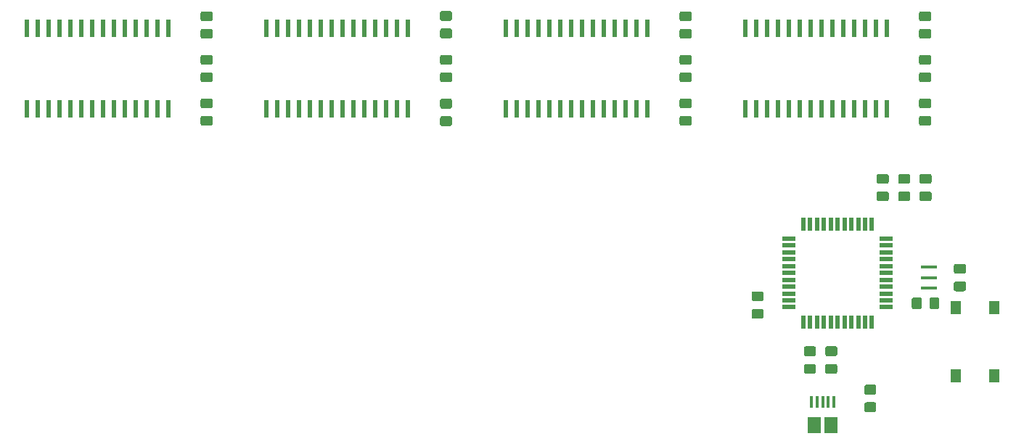
<source format=gbr>
G04 #@! TF.GenerationSoftware,KiCad,Pcbnew,(5.1.5)-3*
G04 #@! TF.CreationDate,2020-05-12T10:10:31+02:00*
G04 #@! TF.ProjectId,piggyback,70696767-7962-4616-936b-2e6b69636164,rev?*
G04 #@! TF.SameCoordinates,Original*
G04 #@! TF.FileFunction,Paste,Top*
G04 #@! TF.FilePolarity,Positive*
%FSLAX46Y46*%
G04 Gerber Fmt 4.6, Leading zero omitted, Abs format (unit mm)*
G04 Created by KiCad (PCBNEW (5.1.5)-3) date 2020-05-12 10:10:31*
%MOMM*%
%LPD*%
G04 APERTURE LIST*
%ADD10C,0.100000*%
%ADD11R,1.500000X1.900000*%
%ADD12R,0.400000X1.350000*%
%ADD13R,0.550000X1.500000*%
%ADD14R,1.500000X0.550000*%
%ADD15R,0.600000X2.000000*%
%ADD16R,1.900000X0.400000*%
%ADD17R,1.300000X1.550000*%
G04 APERTURE END LIST*
D10*
G36*
X135874505Y-127601204D02*
G01*
X135898773Y-127604804D01*
X135922572Y-127610765D01*
X135945671Y-127619030D01*
X135967850Y-127629520D01*
X135988893Y-127642132D01*
X136008599Y-127656747D01*
X136026777Y-127673223D01*
X136043253Y-127691401D01*
X136057868Y-127711107D01*
X136070480Y-127732150D01*
X136080970Y-127754329D01*
X136089235Y-127777428D01*
X136095196Y-127801227D01*
X136098796Y-127825495D01*
X136100000Y-127849999D01*
X136100000Y-128500001D01*
X136098796Y-128524505D01*
X136095196Y-128548773D01*
X136089235Y-128572572D01*
X136080970Y-128595671D01*
X136070480Y-128617850D01*
X136057868Y-128638893D01*
X136043253Y-128658599D01*
X136026777Y-128676777D01*
X136008599Y-128693253D01*
X135988893Y-128707868D01*
X135967850Y-128720480D01*
X135945671Y-128730970D01*
X135922572Y-128739235D01*
X135898773Y-128745196D01*
X135874505Y-128748796D01*
X135850001Y-128750000D01*
X134949999Y-128750000D01*
X134925495Y-128748796D01*
X134901227Y-128745196D01*
X134877428Y-128739235D01*
X134854329Y-128730970D01*
X134832150Y-128720480D01*
X134811107Y-128707868D01*
X134791401Y-128693253D01*
X134773223Y-128676777D01*
X134756747Y-128658599D01*
X134742132Y-128638893D01*
X134729520Y-128617850D01*
X134719030Y-128595671D01*
X134710765Y-128572572D01*
X134704804Y-128548773D01*
X134701204Y-128524505D01*
X134700000Y-128500001D01*
X134700000Y-127849999D01*
X134701204Y-127825495D01*
X134704804Y-127801227D01*
X134710765Y-127777428D01*
X134719030Y-127754329D01*
X134729520Y-127732150D01*
X134742132Y-127711107D01*
X134756747Y-127691401D01*
X134773223Y-127673223D01*
X134791401Y-127656747D01*
X134811107Y-127642132D01*
X134832150Y-127629520D01*
X134854329Y-127619030D01*
X134877428Y-127610765D01*
X134901227Y-127604804D01*
X134925495Y-127601204D01*
X134949999Y-127600000D01*
X135850001Y-127600000D01*
X135874505Y-127601204D01*
G37*
G36*
X135874505Y-129651204D02*
G01*
X135898773Y-129654804D01*
X135922572Y-129660765D01*
X135945671Y-129669030D01*
X135967850Y-129679520D01*
X135988893Y-129692132D01*
X136008599Y-129706747D01*
X136026777Y-129723223D01*
X136043253Y-129741401D01*
X136057868Y-129761107D01*
X136070480Y-129782150D01*
X136080970Y-129804329D01*
X136089235Y-129827428D01*
X136095196Y-129851227D01*
X136098796Y-129875495D01*
X136100000Y-129899999D01*
X136100000Y-130550001D01*
X136098796Y-130574505D01*
X136095196Y-130598773D01*
X136089235Y-130622572D01*
X136080970Y-130645671D01*
X136070480Y-130667850D01*
X136057868Y-130688893D01*
X136043253Y-130708599D01*
X136026777Y-130726777D01*
X136008599Y-130743253D01*
X135988893Y-130757868D01*
X135967850Y-130770480D01*
X135945671Y-130780970D01*
X135922572Y-130789235D01*
X135898773Y-130795196D01*
X135874505Y-130798796D01*
X135850001Y-130800000D01*
X134949999Y-130800000D01*
X134925495Y-130798796D01*
X134901227Y-130795196D01*
X134877428Y-130789235D01*
X134854329Y-130780970D01*
X134832150Y-130770480D01*
X134811107Y-130757868D01*
X134791401Y-130743253D01*
X134773223Y-130726777D01*
X134756747Y-130708599D01*
X134742132Y-130688893D01*
X134729520Y-130667850D01*
X134719030Y-130645671D01*
X134710765Y-130622572D01*
X134704804Y-130598773D01*
X134701204Y-130574505D01*
X134700000Y-130550001D01*
X134700000Y-129899999D01*
X134701204Y-129875495D01*
X134704804Y-129851227D01*
X134710765Y-129827428D01*
X134719030Y-129804329D01*
X134729520Y-129782150D01*
X134742132Y-129761107D01*
X134756747Y-129741401D01*
X134773223Y-129723223D01*
X134791401Y-129706747D01*
X134811107Y-129692132D01*
X134832150Y-129679520D01*
X134854329Y-129669030D01*
X134877428Y-129660765D01*
X134901227Y-129654804D01*
X134925495Y-129651204D01*
X134949999Y-129650000D01*
X135850001Y-129650000D01*
X135874505Y-129651204D01*
G37*
D11*
X144000000Y-143237500D03*
D12*
X142350000Y-140537500D03*
X141700000Y-140537500D03*
X144300000Y-140537500D03*
X143650000Y-140537500D03*
X143000000Y-140537500D03*
D11*
X142000000Y-143237500D03*
D10*
G36*
X144474505Y-136071204D02*
G01*
X144498773Y-136074804D01*
X144522572Y-136080765D01*
X144545671Y-136089030D01*
X144567850Y-136099520D01*
X144588893Y-136112132D01*
X144608599Y-136126747D01*
X144626777Y-136143223D01*
X144643253Y-136161401D01*
X144657868Y-136181107D01*
X144670480Y-136202150D01*
X144680970Y-136224329D01*
X144689235Y-136247428D01*
X144695196Y-136271227D01*
X144698796Y-136295495D01*
X144700000Y-136319999D01*
X144700000Y-136970001D01*
X144698796Y-136994505D01*
X144695196Y-137018773D01*
X144689235Y-137042572D01*
X144680970Y-137065671D01*
X144670480Y-137087850D01*
X144657868Y-137108893D01*
X144643253Y-137128599D01*
X144626777Y-137146777D01*
X144608599Y-137163253D01*
X144588893Y-137177868D01*
X144567850Y-137190480D01*
X144545671Y-137200970D01*
X144522572Y-137209235D01*
X144498773Y-137215196D01*
X144474505Y-137218796D01*
X144450001Y-137220000D01*
X143549999Y-137220000D01*
X143525495Y-137218796D01*
X143501227Y-137215196D01*
X143477428Y-137209235D01*
X143454329Y-137200970D01*
X143432150Y-137190480D01*
X143411107Y-137177868D01*
X143391401Y-137163253D01*
X143373223Y-137146777D01*
X143356747Y-137128599D01*
X143342132Y-137108893D01*
X143329520Y-137087850D01*
X143319030Y-137065671D01*
X143310765Y-137042572D01*
X143304804Y-137018773D01*
X143301204Y-136994505D01*
X143300000Y-136970001D01*
X143300000Y-136319999D01*
X143301204Y-136295495D01*
X143304804Y-136271227D01*
X143310765Y-136247428D01*
X143319030Y-136224329D01*
X143329520Y-136202150D01*
X143342132Y-136181107D01*
X143356747Y-136161401D01*
X143373223Y-136143223D01*
X143391401Y-136126747D01*
X143411107Y-136112132D01*
X143432150Y-136099520D01*
X143454329Y-136089030D01*
X143477428Y-136080765D01*
X143501227Y-136074804D01*
X143525495Y-136071204D01*
X143549999Y-136070000D01*
X144450001Y-136070000D01*
X144474505Y-136071204D01*
G37*
G36*
X144474505Y-134021204D02*
G01*
X144498773Y-134024804D01*
X144522572Y-134030765D01*
X144545671Y-134039030D01*
X144567850Y-134049520D01*
X144588893Y-134062132D01*
X144608599Y-134076747D01*
X144626777Y-134093223D01*
X144643253Y-134111401D01*
X144657868Y-134131107D01*
X144670480Y-134152150D01*
X144680970Y-134174329D01*
X144689235Y-134197428D01*
X144695196Y-134221227D01*
X144698796Y-134245495D01*
X144700000Y-134269999D01*
X144700000Y-134920001D01*
X144698796Y-134944505D01*
X144695196Y-134968773D01*
X144689235Y-134992572D01*
X144680970Y-135015671D01*
X144670480Y-135037850D01*
X144657868Y-135058893D01*
X144643253Y-135078599D01*
X144626777Y-135096777D01*
X144608599Y-135113253D01*
X144588893Y-135127868D01*
X144567850Y-135140480D01*
X144545671Y-135150970D01*
X144522572Y-135159235D01*
X144498773Y-135165196D01*
X144474505Y-135168796D01*
X144450001Y-135170000D01*
X143549999Y-135170000D01*
X143525495Y-135168796D01*
X143501227Y-135165196D01*
X143477428Y-135159235D01*
X143454329Y-135150970D01*
X143432150Y-135140480D01*
X143411107Y-135127868D01*
X143391401Y-135113253D01*
X143373223Y-135096777D01*
X143356747Y-135078599D01*
X143342132Y-135058893D01*
X143329520Y-135037850D01*
X143319030Y-135015671D01*
X143310765Y-134992572D01*
X143304804Y-134968773D01*
X143301204Y-134944505D01*
X143300000Y-134920001D01*
X143300000Y-134269999D01*
X143301204Y-134245495D01*
X143304804Y-134221227D01*
X143310765Y-134197428D01*
X143319030Y-134174329D01*
X143329520Y-134152150D01*
X143342132Y-134131107D01*
X143356747Y-134111401D01*
X143373223Y-134093223D01*
X143391401Y-134076747D01*
X143411107Y-134062132D01*
X143432150Y-134049520D01*
X143454329Y-134039030D01*
X143477428Y-134030765D01*
X143501227Y-134024804D01*
X143525495Y-134021204D01*
X143549999Y-134020000D01*
X144450001Y-134020000D01*
X144474505Y-134021204D01*
G37*
G36*
X141974505Y-134021204D02*
G01*
X141998773Y-134024804D01*
X142022572Y-134030765D01*
X142045671Y-134039030D01*
X142067850Y-134049520D01*
X142088893Y-134062132D01*
X142108599Y-134076747D01*
X142126777Y-134093223D01*
X142143253Y-134111401D01*
X142157868Y-134131107D01*
X142170480Y-134152150D01*
X142180970Y-134174329D01*
X142189235Y-134197428D01*
X142195196Y-134221227D01*
X142198796Y-134245495D01*
X142200000Y-134269999D01*
X142200000Y-134920001D01*
X142198796Y-134944505D01*
X142195196Y-134968773D01*
X142189235Y-134992572D01*
X142180970Y-135015671D01*
X142170480Y-135037850D01*
X142157868Y-135058893D01*
X142143253Y-135078599D01*
X142126777Y-135096777D01*
X142108599Y-135113253D01*
X142088893Y-135127868D01*
X142067850Y-135140480D01*
X142045671Y-135150970D01*
X142022572Y-135159235D01*
X141998773Y-135165196D01*
X141974505Y-135168796D01*
X141950001Y-135170000D01*
X141049999Y-135170000D01*
X141025495Y-135168796D01*
X141001227Y-135165196D01*
X140977428Y-135159235D01*
X140954329Y-135150970D01*
X140932150Y-135140480D01*
X140911107Y-135127868D01*
X140891401Y-135113253D01*
X140873223Y-135096777D01*
X140856747Y-135078599D01*
X140842132Y-135058893D01*
X140829520Y-135037850D01*
X140819030Y-135015671D01*
X140810765Y-134992572D01*
X140804804Y-134968773D01*
X140801204Y-134944505D01*
X140800000Y-134920001D01*
X140800000Y-134269999D01*
X140801204Y-134245495D01*
X140804804Y-134221227D01*
X140810765Y-134197428D01*
X140819030Y-134174329D01*
X140829520Y-134152150D01*
X140842132Y-134131107D01*
X140856747Y-134111401D01*
X140873223Y-134093223D01*
X140891401Y-134076747D01*
X140911107Y-134062132D01*
X140932150Y-134049520D01*
X140954329Y-134039030D01*
X140977428Y-134030765D01*
X141001227Y-134024804D01*
X141025495Y-134021204D01*
X141049999Y-134020000D01*
X141950001Y-134020000D01*
X141974505Y-134021204D01*
G37*
G36*
X141974505Y-136071204D02*
G01*
X141998773Y-136074804D01*
X142022572Y-136080765D01*
X142045671Y-136089030D01*
X142067850Y-136099520D01*
X142088893Y-136112132D01*
X142108599Y-136126747D01*
X142126777Y-136143223D01*
X142143253Y-136161401D01*
X142157868Y-136181107D01*
X142170480Y-136202150D01*
X142180970Y-136224329D01*
X142189235Y-136247428D01*
X142195196Y-136271227D01*
X142198796Y-136295495D01*
X142200000Y-136319999D01*
X142200000Y-136970001D01*
X142198796Y-136994505D01*
X142195196Y-137018773D01*
X142189235Y-137042572D01*
X142180970Y-137065671D01*
X142170480Y-137087850D01*
X142157868Y-137108893D01*
X142143253Y-137128599D01*
X142126777Y-137146777D01*
X142108599Y-137163253D01*
X142088893Y-137177868D01*
X142067850Y-137190480D01*
X142045671Y-137200970D01*
X142022572Y-137209235D01*
X141998773Y-137215196D01*
X141974505Y-137218796D01*
X141950001Y-137220000D01*
X141049999Y-137220000D01*
X141025495Y-137218796D01*
X141001227Y-137215196D01*
X140977428Y-137209235D01*
X140954329Y-137200970D01*
X140932150Y-137190480D01*
X140911107Y-137177868D01*
X140891401Y-137163253D01*
X140873223Y-137146777D01*
X140856747Y-137128599D01*
X140842132Y-137108893D01*
X140829520Y-137087850D01*
X140819030Y-137065671D01*
X140810765Y-137042572D01*
X140804804Y-137018773D01*
X140801204Y-136994505D01*
X140800000Y-136970001D01*
X140800000Y-136319999D01*
X140801204Y-136295495D01*
X140804804Y-136271227D01*
X140810765Y-136247428D01*
X140819030Y-136224329D01*
X140829520Y-136202150D01*
X140842132Y-136181107D01*
X140856747Y-136161401D01*
X140873223Y-136143223D01*
X140891401Y-136126747D01*
X140911107Y-136112132D01*
X140932150Y-136099520D01*
X140954329Y-136089030D01*
X140977428Y-136080765D01*
X141001227Y-136074804D01*
X141025495Y-136071204D01*
X141049999Y-136070000D01*
X141950001Y-136070000D01*
X141974505Y-136071204D01*
G37*
G36*
X71594505Y-105081204D02*
G01*
X71618773Y-105084804D01*
X71642572Y-105090765D01*
X71665671Y-105099030D01*
X71687850Y-105109520D01*
X71708893Y-105122132D01*
X71728599Y-105136747D01*
X71746777Y-105153223D01*
X71763253Y-105171401D01*
X71777868Y-105191107D01*
X71790480Y-105212150D01*
X71800970Y-105234329D01*
X71809235Y-105257428D01*
X71815196Y-105281227D01*
X71818796Y-105305495D01*
X71820000Y-105329999D01*
X71820000Y-105980001D01*
X71818796Y-106004505D01*
X71815196Y-106028773D01*
X71809235Y-106052572D01*
X71800970Y-106075671D01*
X71790480Y-106097850D01*
X71777868Y-106118893D01*
X71763253Y-106138599D01*
X71746777Y-106156777D01*
X71728599Y-106173253D01*
X71708893Y-106187868D01*
X71687850Y-106200480D01*
X71665671Y-106210970D01*
X71642572Y-106219235D01*
X71618773Y-106225196D01*
X71594505Y-106228796D01*
X71570001Y-106230000D01*
X70669999Y-106230000D01*
X70645495Y-106228796D01*
X70621227Y-106225196D01*
X70597428Y-106219235D01*
X70574329Y-106210970D01*
X70552150Y-106200480D01*
X70531107Y-106187868D01*
X70511401Y-106173253D01*
X70493223Y-106156777D01*
X70476747Y-106138599D01*
X70462132Y-106118893D01*
X70449520Y-106097850D01*
X70439030Y-106075671D01*
X70430765Y-106052572D01*
X70424804Y-106028773D01*
X70421204Y-106004505D01*
X70420000Y-105980001D01*
X70420000Y-105329999D01*
X70421204Y-105305495D01*
X70424804Y-105281227D01*
X70430765Y-105257428D01*
X70439030Y-105234329D01*
X70449520Y-105212150D01*
X70462132Y-105191107D01*
X70476747Y-105171401D01*
X70493223Y-105153223D01*
X70511401Y-105136747D01*
X70531107Y-105122132D01*
X70552150Y-105109520D01*
X70574329Y-105099030D01*
X70597428Y-105090765D01*
X70621227Y-105084804D01*
X70645495Y-105081204D01*
X70669999Y-105080000D01*
X71570001Y-105080000D01*
X71594505Y-105081204D01*
G37*
G36*
X71594505Y-107131204D02*
G01*
X71618773Y-107134804D01*
X71642572Y-107140765D01*
X71665671Y-107149030D01*
X71687850Y-107159520D01*
X71708893Y-107172132D01*
X71728599Y-107186747D01*
X71746777Y-107203223D01*
X71763253Y-107221401D01*
X71777868Y-107241107D01*
X71790480Y-107262150D01*
X71800970Y-107284329D01*
X71809235Y-107307428D01*
X71815196Y-107331227D01*
X71818796Y-107355495D01*
X71820000Y-107379999D01*
X71820000Y-108030001D01*
X71818796Y-108054505D01*
X71815196Y-108078773D01*
X71809235Y-108102572D01*
X71800970Y-108125671D01*
X71790480Y-108147850D01*
X71777868Y-108168893D01*
X71763253Y-108188599D01*
X71746777Y-108206777D01*
X71728599Y-108223253D01*
X71708893Y-108237868D01*
X71687850Y-108250480D01*
X71665671Y-108260970D01*
X71642572Y-108269235D01*
X71618773Y-108275196D01*
X71594505Y-108278796D01*
X71570001Y-108280000D01*
X70669999Y-108280000D01*
X70645495Y-108278796D01*
X70621227Y-108275196D01*
X70597428Y-108269235D01*
X70574329Y-108260970D01*
X70552150Y-108250480D01*
X70531107Y-108237868D01*
X70511401Y-108223253D01*
X70493223Y-108206777D01*
X70476747Y-108188599D01*
X70462132Y-108168893D01*
X70449520Y-108147850D01*
X70439030Y-108125671D01*
X70430765Y-108102572D01*
X70424804Y-108078773D01*
X70421204Y-108054505D01*
X70420000Y-108030001D01*
X70420000Y-107379999D01*
X70421204Y-107355495D01*
X70424804Y-107331227D01*
X70430765Y-107307428D01*
X70439030Y-107284329D01*
X70449520Y-107262150D01*
X70462132Y-107241107D01*
X70476747Y-107221401D01*
X70493223Y-107203223D01*
X70511401Y-107186747D01*
X70531107Y-107172132D01*
X70552150Y-107159520D01*
X70574329Y-107149030D01*
X70597428Y-107140765D01*
X70621227Y-107134804D01*
X70645495Y-107131204D01*
X70669999Y-107130000D01*
X71570001Y-107130000D01*
X71594505Y-107131204D01*
G37*
G36*
X71594505Y-102051204D02*
G01*
X71618773Y-102054804D01*
X71642572Y-102060765D01*
X71665671Y-102069030D01*
X71687850Y-102079520D01*
X71708893Y-102092132D01*
X71728599Y-102106747D01*
X71746777Y-102123223D01*
X71763253Y-102141401D01*
X71777868Y-102161107D01*
X71790480Y-102182150D01*
X71800970Y-102204329D01*
X71809235Y-102227428D01*
X71815196Y-102251227D01*
X71818796Y-102275495D01*
X71820000Y-102299999D01*
X71820000Y-102950001D01*
X71818796Y-102974505D01*
X71815196Y-102998773D01*
X71809235Y-103022572D01*
X71800970Y-103045671D01*
X71790480Y-103067850D01*
X71777868Y-103088893D01*
X71763253Y-103108599D01*
X71746777Y-103126777D01*
X71728599Y-103143253D01*
X71708893Y-103157868D01*
X71687850Y-103170480D01*
X71665671Y-103180970D01*
X71642572Y-103189235D01*
X71618773Y-103195196D01*
X71594505Y-103198796D01*
X71570001Y-103200000D01*
X70669999Y-103200000D01*
X70645495Y-103198796D01*
X70621227Y-103195196D01*
X70597428Y-103189235D01*
X70574329Y-103180970D01*
X70552150Y-103170480D01*
X70531107Y-103157868D01*
X70511401Y-103143253D01*
X70493223Y-103126777D01*
X70476747Y-103108599D01*
X70462132Y-103088893D01*
X70449520Y-103067850D01*
X70439030Y-103045671D01*
X70430765Y-103022572D01*
X70424804Y-102998773D01*
X70421204Y-102974505D01*
X70420000Y-102950001D01*
X70420000Y-102299999D01*
X70421204Y-102275495D01*
X70424804Y-102251227D01*
X70430765Y-102227428D01*
X70439030Y-102204329D01*
X70449520Y-102182150D01*
X70462132Y-102161107D01*
X70476747Y-102141401D01*
X70493223Y-102123223D01*
X70511401Y-102106747D01*
X70531107Y-102092132D01*
X70552150Y-102079520D01*
X70574329Y-102069030D01*
X70597428Y-102060765D01*
X70621227Y-102054804D01*
X70645495Y-102051204D01*
X70669999Y-102050000D01*
X71570001Y-102050000D01*
X71594505Y-102051204D01*
G37*
G36*
X71594505Y-100001204D02*
G01*
X71618773Y-100004804D01*
X71642572Y-100010765D01*
X71665671Y-100019030D01*
X71687850Y-100029520D01*
X71708893Y-100042132D01*
X71728599Y-100056747D01*
X71746777Y-100073223D01*
X71763253Y-100091401D01*
X71777868Y-100111107D01*
X71790480Y-100132150D01*
X71800970Y-100154329D01*
X71809235Y-100177428D01*
X71815196Y-100201227D01*
X71818796Y-100225495D01*
X71820000Y-100249999D01*
X71820000Y-100900001D01*
X71818796Y-100924505D01*
X71815196Y-100948773D01*
X71809235Y-100972572D01*
X71800970Y-100995671D01*
X71790480Y-101017850D01*
X71777868Y-101038893D01*
X71763253Y-101058599D01*
X71746777Y-101076777D01*
X71728599Y-101093253D01*
X71708893Y-101107868D01*
X71687850Y-101120480D01*
X71665671Y-101130970D01*
X71642572Y-101139235D01*
X71618773Y-101145196D01*
X71594505Y-101148796D01*
X71570001Y-101150000D01*
X70669999Y-101150000D01*
X70645495Y-101148796D01*
X70621227Y-101145196D01*
X70597428Y-101139235D01*
X70574329Y-101130970D01*
X70552150Y-101120480D01*
X70531107Y-101107868D01*
X70511401Y-101093253D01*
X70493223Y-101076777D01*
X70476747Y-101058599D01*
X70462132Y-101038893D01*
X70449520Y-101017850D01*
X70439030Y-100995671D01*
X70430765Y-100972572D01*
X70424804Y-100948773D01*
X70421204Y-100924505D01*
X70420000Y-100900001D01*
X70420000Y-100249999D01*
X70421204Y-100225495D01*
X70424804Y-100201227D01*
X70430765Y-100177428D01*
X70439030Y-100154329D01*
X70449520Y-100132150D01*
X70462132Y-100111107D01*
X70476747Y-100091401D01*
X70493223Y-100073223D01*
X70511401Y-100056747D01*
X70531107Y-100042132D01*
X70552150Y-100029520D01*
X70574329Y-100019030D01*
X70597428Y-100010765D01*
X70621227Y-100004804D01*
X70645495Y-100001204D01*
X70669999Y-100000000D01*
X71570001Y-100000000D01*
X71594505Y-100001204D01*
G37*
G36*
X71594505Y-94921204D02*
G01*
X71618773Y-94924804D01*
X71642572Y-94930765D01*
X71665671Y-94939030D01*
X71687850Y-94949520D01*
X71708893Y-94962132D01*
X71728599Y-94976747D01*
X71746777Y-94993223D01*
X71763253Y-95011401D01*
X71777868Y-95031107D01*
X71790480Y-95052150D01*
X71800970Y-95074329D01*
X71809235Y-95097428D01*
X71815196Y-95121227D01*
X71818796Y-95145495D01*
X71820000Y-95169999D01*
X71820000Y-95820001D01*
X71818796Y-95844505D01*
X71815196Y-95868773D01*
X71809235Y-95892572D01*
X71800970Y-95915671D01*
X71790480Y-95937850D01*
X71777868Y-95958893D01*
X71763253Y-95978599D01*
X71746777Y-95996777D01*
X71728599Y-96013253D01*
X71708893Y-96027868D01*
X71687850Y-96040480D01*
X71665671Y-96050970D01*
X71642572Y-96059235D01*
X71618773Y-96065196D01*
X71594505Y-96068796D01*
X71570001Y-96070000D01*
X70669999Y-96070000D01*
X70645495Y-96068796D01*
X70621227Y-96065196D01*
X70597428Y-96059235D01*
X70574329Y-96050970D01*
X70552150Y-96040480D01*
X70531107Y-96027868D01*
X70511401Y-96013253D01*
X70493223Y-95996777D01*
X70476747Y-95978599D01*
X70462132Y-95958893D01*
X70449520Y-95937850D01*
X70439030Y-95915671D01*
X70430765Y-95892572D01*
X70424804Y-95868773D01*
X70421204Y-95844505D01*
X70420000Y-95820001D01*
X70420000Y-95169999D01*
X70421204Y-95145495D01*
X70424804Y-95121227D01*
X70430765Y-95097428D01*
X70439030Y-95074329D01*
X70449520Y-95052150D01*
X70462132Y-95031107D01*
X70476747Y-95011401D01*
X70493223Y-94993223D01*
X70511401Y-94976747D01*
X70531107Y-94962132D01*
X70552150Y-94949520D01*
X70574329Y-94939030D01*
X70597428Y-94930765D01*
X70621227Y-94924804D01*
X70645495Y-94921204D01*
X70669999Y-94920000D01*
X71570001Y-94920000D01*
X71594505Y-94921204D01*
G37*
G36*
X71594505Y-96971204D02*
G01*
X71618773Y-96974804D01*
X71642572Y-96980765D01*
X71665671Y-96989030D01*
X71687850Y-96999520D01*
X71708893Y-97012132D01*
X71728599Y-97026747D01*
X71746777Y-97043223D01*
X71763253Y-97061401D01*
X71777868Y-97081107D01*
X71790480Y-97102150D01*
X71800970Y-97124329D01*
X71809235Y-97147428D01*
X71815196Y-97171227D01*
X71818796Y-97195495D01*
X71820000Y-97219999D01*
X71820000Y-97870001D01*
X71818796Y-97894505D01*
X71815196Y-97918773D01*
X71809235Y-97942572D01*
X71800970Y-97965671D01*
X71790480Y-97987850D01*
X71777868Y-98008893D01*
X71763253Y-98028599D01*
X71746777Y-98046777D01*
X71728599Y-98063253D01*
X71708893Y-98077868D01*
X71687850Y-98090480D01*
X71665671Y-98100970D01*
X71642572Y-98109235D01*
X71618773Y-98115196D01*
X71594505Y-98118796D01*
X71570001Y-98120000D01*
X70669999Y-98120000D01*
X70645495Y-98118796D01*
X70621227Y-98115196D01*
X70597428Y-98109235D01*
X70574329Y-98100970D01*
X70552150Y-98090480D01*
X70531107Y-98077868D01*
X70511401Y-98063253D01*
X70493223Y-98046777D01*
X70476747Y-98028599D01*
X70462132Y-98008893D01*
X70449520Y-97987850D01*
X70439030Y-97965671D01*
X70430765Y-97942572D01*
X70424804Y-97918773D01*
X70421204Y-97894505D01*
X70420000Y-97870001D01*
X70420000Y-97219999D01*
X70421204Y-97195495D01*
X70424804Y-97171227D01*
X70430765Y-97147428D01*
X70439030Y-97124329D01*
X70449520Y-97102150D01*
X70462132Y-97081107D01*
X70476747Y-97061401D01*
X70493223Y-97043223D01*
X70511401Y-97026747D01*
X70531107Y-97012132D01*
X70552150Y-96999520D01*
X70574329Y-96989030D01*
X70597428Y-96980765D01*
X70621227Y-96974804D01*
X70645495Y-96971204D01*
X70669999Y-96970000D01*
X71570001Y-96970000D01*
X71594505Y-96971204D01*
G37*
D13*
X140740000Y-131160000D03*
X141540000Y-131160000D03*
X142340000Y-131160000D03*
X143140000Y-131160000D03*
X143940000Y-131160000D03*
X144740000Y-131160000D03*
X145540000Y-131160000D03*
X146340000Y-131160000D03*
X147140000Y-131160000D03*
X147940000Y-131160000D03*
X148740000Y-131160000D03*
D14*
X150440000Y-129460000D03*
X150440000Y-128660000D03*
X150440000Y-127860000D03*
X150440000Y-127060000D03*
X150440000Y-126260000D03*
X150440000Y-125460000D03*
X150440000Y-124660000D03*
X150440000Y-123860000D03*
X150440000Y-123060000D03*
X150440000Y-122260000D03*
X150440000Y-121460000D03*
D13*
X148740000Y-119760000D03*
X147940000Y-119760000D03*
X147140000Y-119760000D03*
X146340000Y-119760000D03*
X145540000Y-119760000D03*
X144740000Y-119760000D03*
X143940000Y-119760000D03*
X143140000Y-119760000D03*
X142340000Y-119760000D03*
X141540000Y-119760000D03*
X140740000Y-119760000D03*
D14*
X139040000Y-121460000D03*
X139040000Y-122260000D03*
X139040000Y-123060000D03*
X139040000Y-123860000D03*
X139040000Y-124660000D03*
X139040000Y-125460000D03*
X139040000Y-126260000D03*
X139040000Y-127060000D03*
X139040000Y-127860000D03*
X139040000Y-128660000D03*
X139040000Y-129460000D03*
D15*
X50165000Y-106300000D03*
X51435000Y-106300000D03*
X52705000Y-106300000D03*
X53975000Y-106300000D03*
X55245000Y-106300000D03*
X56515000Y-106300000D03*
X57785000Y-106300000D03*
X59055000Y-106300000D03*
X60325000Y-106300000D03*
X61595000Y-106300000D03*
X62865000Y-106300000D03*
X64135000Y-106300000D03*
X65405000Y-106300000D03*
X66675000Y-106300000D03*
X66675000Y-96900000D03*
X65405000Y-96900000D03*
X64135000Y-96900000D03*
X62865000Y-96900000D03*
X61595000Y-96900000D03*
X60325000Y-96900000D03*
X59055000Y-96900000D03*
X57785000Y-96900000D03*
X56515000Y-96900000D03*
X55245000Y-96900000D03*
X53975000Y-96900000D03*
X52705000Y-96900000D03*
X51435000Y-96900000D03*
X50165000Y-96900000D03*
D16*
X155400000Y-124800000D03*
X155400000Y-126000000D03*
X155400000Y-127200000D03*
D10*
G36*
X99534505Y-105121204D02*
G01*
X99558773Y-105124804D01*
X99582572Y-105130765D01*
X99605671Y-105139030D01*
X99627850Y-105149520D01*
X99648893Y-105162132D01*
X99668599Y-105176747D01*
X99686777Y-105193223D01*
X99703253Y-105211401D01*
X99717868Y-105231107D01*
X99730480Y-105252150D01*
X99740970Y-105274329D01*
X99749235Y-105297428D01*
X99755196Y-105321227D01*
X99758796Y-105345495D01*
X99760000Y-105369999D01*
X99760000Y-106020001D01*
X99758796Y-106044505D01*
X99755196Y-106068773D01*
X99749235Y-106092572D01*
X99740970Y-106115671D01*
X99730480Y-106137850D01*
X99717868Y-106158893D01*
X99703253Y-106178599D01*
X99686777Y-106196777D01*
X99668599Y-106213253D01*
X99648893Y-106227868D01*
X99627850Y-106240480D01*
X99605671Y-106250970D01*
X99582572Y-106259235D01*
X99558773Y-106265196D01*
X99534505Y-106268796D01*
X99510001Y-106270000D01*
X98609999Y-106270000D01*
X98585495Y-106268796D01*
X98561227Y-106265196D01*
X98537428Y-106259235D01*
X98514329Y-106250970D01*
X98492150Y-106240480D01*
X98471107Y-106227868D01*
X98451401Y-106213253D01*
X98433223Y-106196777D01*
X98416747Y-106178599D01*
X98402132Y-106158893D01*
X98389520Y-106137850D01*
X98379030Y-106115671D01*
X98370765Y-106092572D01*
X98364804Y-106068773D01*
X98361204Y-106044505D01*
X98360000Y-106020001D01*
X98360000Y-105369999D01*
X98361204Y-105345495D01*
X98364804Y-105321227D01*
X98370765Y-105297428D01*
X98379030Y-105274329D01*
X98389520Y-105252150D01*
X98402132Y-105231107D01*
X98416747Y-105211401D01*
X98433223Y-105193223D01*
X98451401Y-105176747D01*
X98471107Y-105162132D01*
X98492150Y-105149520D01*
X98514329Y-105139030D01*
X98537428Y-105130765D01*
X98561227Y-105124804D01*
X98585495Y-105121204D01*
X98609999Y-105120000D01*
X99510001Y-105120000D01*
X99534505Y-105121204D01*
G37*
G36*
X99534505Y-107171204D02*
G01*
X99558773Y-107174804D01*
X99582572Y-107180765D01*
X99605671Y-107189030D01*
X99627850Y-107199520D01*
X99648893Y-107212132D01*
X99668599Y-107226747D01*
X99686777Y-107243223D01*
X99703253Y-107261401D01*
X99717868Y-107281107D01*
X99730480Y-107302150D01*
X99740970Y-107324329D01*
X99749235Y-107347428D01*
X99755196Y-107371227D01*
X99758796Y-107395495D01*
X99760000Y-107419999D01*
X99760000Y-108070001D01*
X99758796Y-108094505D01*
X99755196Y-108118773D01*
X99749235Y-108142572D01*
X99740970Y-108165671D01*
X99730480Y-108187850D01*
X99717868Y-108208893D01*
X99703253Y-108228599D01*
X99686777Y-108246777D01*
X99668599Y-108263253D01*
X99648893Y-108277868D01*
X99627850Y-108290480D01*
X99605671Y-108300970D01*
X99582572Y-108309235D01*
X99558773Y-108315196D01*
X99534505Y-108318796D01*
X99510001Y-108320000D01*
X98609999Y-108320000D01*
X98585495Y-108318796D01*
X98561227Y-108315196D01*
X98537428Y-108309235D01*
X98514329Y-108300970D01*
X98492150Y-108290480D01*
X98471107Y-108277868D01*
X98451401Y-108263253D01*
X98433223Y-108246777D01*
X98416747Y-108228599D01*
X98402132Y-108208893D01*
X98389520Y-108187850D01*
X98379030Y-108165671D01*
X98370765Y-108142572D01*
X98364804Y-108118773D01*
X98361204Y-108094505D01*
X98360000Y-108070001D01*
X98360000Y-107419999D01*
X98361204Y-107395495D01*
X98364804Y-107371227D01*
X98370765Y-107347428D01*
X98379030Y-107324329D01*
X98389520Y-107302150D01*
X98402132Y-107281107D01*
X98416747Y-107261401D01*
X98433223Y-107243223D01*
X98451401Y-107226747D01*
X98471107Y-107212132D01*
X98492150Y-107199520D01*
X98514329Y-107189030D01*
X98537428Y-107180765D01*
X98561227Y-107174804D01*
X98585495Y-107171204D01*
X98609999Y-107170000D01*
X99510001Y-107170000D01*
X99534505Y-107171204D01*
G37*
G36*
X99534505Y-102051204D02*
G01*
X99558773Y-102054804D01*
X99582572Y-102060765D01*
X99605671Y-102069030D01*
X99627850Y-102079520D01*
X99648893Y-102092132D01*
X99668599Y-102106747D01*
X99686777Y-102123223D01*
X99703253Y-102141401D01*
X99717868Y-102161107D01*
X99730480Y-102182150D01*
X99740970Y-102204329D01*
X99749235Y-102227428D01*
X99755196Y-102251227D01*
X99758796Y-102275495D01*
X99760000Y-102299999D01*
X99760000Y-102950001D01*
X99758796Y-102974505D01*
X99755196Y-102998773D01*
X99749235Y-103022572D01*
X99740970Y-103045671D01*
X99730480Y-103067850D01*
X99717868Y-103088893D01*
X99703253Y-103108599D01*
X99686777Y-103126777D01*
X99668599Y-103143253D01*
X99648893Y-103157868D01*
X99627850Y-103170480D01*
X99605671Y-103180970D01*
X99582572Y-103189235D01*
X99558773Y-103195196D01*
X99534505Y-103198796D01*
X99510001Y-103200000D01*
X98609999Y-103200000D01*
X98585495Y-103198796D01*
X98561227Y-103195196D01*
X98537428Y-103189235D01*
X98514329Y-103180970D01*
X98492150Y-103170480D01*
X98471107Y-103157868D01*
X98451401Y-103143253D01*
X98433223Y-103126777D01*
X98416747Y-103108599D01*
X98402132Y-103088893D01*
X98389520Y-103067850D01*
X98379030Y-103045671D01*
X98370765Y-103022572D01*
X98364804Y-102998773D01*
X98361204Y-102974505D01*
X98360000Y-102950001D01*
X98360000Y-102299999D01*
X98361204Y-102275495D01*
X98364804Y-102251227D01*
X98370765Y-102227428D01*
X98379030Y-102204329D01*
X98389520Y-102182150D01*
X98402132Y-102161107D01*
X98416747Y-102141401D01*
X98433223Y-102123223D01*
X98451401Y-102106747D01*
X98471107Y-102092132D01*
X98492150Y-102079520D01*
X98514329Y-102069030D01*
X98537428Y-102060765D01*
X98561227Y-102054804D01*
X98585495Y-102051204D01*
X98609999Y-102050000D01*
X99510001Y-102050000D01*
X99534505Y-102051204D01*
G37*
G36*
X99534505Y-100001204D02*
G01*
X99558773Y-100004804D01*
X99582572Y-100010765D01*
X99605671Y-100019030D01*
X99627850Y-100029520D01*
X99648893Y-100042132D01*
X99668599Y-100056747D01*
X99686777Y-100073223D01*
X99703253Y-100091401D01*
X99717868Y-100111107D01*
X99730480Y-100132150D01*
X99740970Y-100154329D01*
X99749235Y-100177428D01*
X99755196Y-100201227D01*
X99758796Y-100225495D01*
X99760000Y-100249999D01*
X99760000Y-100900001D01*
X99758796Y-100924505D01*
X99755196Y-100948773D01*
X99749235Y-100972572D01*
X99740970Y-100995671D01*
X99730480Y-101017850D01*
X99717868Y-101038893D01*
X99703253Y-101058599D01*
X99686777Y-101076777D01*
X99668599Y-101093253D01*
X99648893Y-101107868D01*
X99627850Y-101120480D01*
X99605671Y-101130970D01*
X99582572Y-101139235D01*
X99558773Y-101145196D01*
X99534505Y-101148796D01*
X99510001Y-101150000D01*
X98609999Y-101150000D01*
X98585495Y-101148796D01*
X98561227Y-101145196D01*
X98537428Y-101139235D01*
X98514329Y-101130970D01*
X98492150Y-101120480D01*
X98471107Y-101107868D01*
X98451401Y-101093253D01*
X98433223Y-101076777D01*
X98416747Y-101058599D01*
X98402132Y-101038893D01*
X98389520Y-101017850D01*
X98379030Y-100995671D01*
X98370765Y-100972572D01*
X98364804Y-100948773D01*
X98361204Y-100924505D01*
X98360000Y-100900001D01*
X98360000Y-100249999D01*
X98361204Y-100225495D01*
X98364804Y-100201227D01*
X98370765Y-100177428D01*
X98379030Y-100154329D01*
X98389520Y-100132150D01*
X98402132Y-100111107D01*
X98416747Y-100091401D01*
X98433223Y-100073223D01*
X98451401Y-100056747D01*
X98471107Y-100042132D01*
X98492150Y-100029520D01*
X98514329Y-100019030D01*
X98537428Y-100010765D01*
X98561227Y-100004804D01*
X98585495Y-100001204D01*
X98609999Y-100000000D01*
X99510001Y-100000000D01*
X99534505Y-100001204D01*
G37*
G36*
X99534505Y-94881204D02*
G01*
X99558773Y-94884804D01*
X99582572Y-94890765D01*
X99605671Y-94899030D01*
X99627850Y-94909520D01*
X99648893Y-94922132D01*
X99668599Y-94936747D01*
X99686777Y-94953223D01*
X99703253Y-94971401D01*
X99717868Y-94991107D01*
X99730480Y-95012150D01*
X99740970Y-95034329D01*
X99749235Y-95057428D01*
X99755196Y-95081227D01*
X99758796Y-95105495D01*
X99760000Y-95129999D01*
X99760000Y-95780001D01*
X99758796Y-95804505D01*
X99755196Y-95828773D01*
X99749235Y-95852572D01*
X99740970Y-95875671D01*
X99730480Y-95897850D01*
X99717868Y-95918893D01*
X99703253Y-95938599D01*
X99686777Y-95956777D01*
X99668599Y-95973253D01*
X99648893Y-95987868D01*
X99627850Y-96000480D01*
X99605671Y-96010970D01*
X99582572Y-96019235D01*
X99558773Y-96025196D01*
X99534505Y-96028796D01*
X99510001Y-96030000D01*
X98609999Y-96030000D01*
X98585495Y-96028796D01*
X98561227Y-96025196D01*
X98537428Y-96019235D01*
X98514329Y-96010970D01*
X98492150Y-96000480D01*
X98471107Y-95987868D01*
X98451401Y-95973253D01*
X98433223Y-95956777D01*
X98416747Y-95938599D01*
X98402132Y-95918893D01*
X98389520Y-95897850D01*
X98379030Y-95875671D01*
X98370765Y-95852572D01*
X98364804Y-95828773D01*
X98361204Y-95804505D01*
X98360000Y-95780001D01*
X98360000Y-95129999D01*
X98361204Y-95105495D01*
X98364804Y-95081227D01*
X98370765Y-95057428D01*
X98379030Y-95034329D01*
X98389520Y-95012150D01*
X98402132Y-94991107D01*
X98416747Y-94971401D01*
X98433223Y-94953223D01*
X98451401Y-94936747D01*
X98471107Y-94922132D01*
X98492150Y-94909520D01*
X98514329Y-94899030D01*
X98537428Y-94890765D01*
X98561227Y-94884804D01*
X98585495Y-94881204D01*
X98609999Y-94880000D01*
X99510001Y-94880000D01*
X99534505Y-94881204D01*
G37*
G36*
X99534505Y-96931204D02*
G01*
X99558773Y-96934804D01*
X99582572Y-96940765D01*
X99605671Y-96949030D01*
X99627850Y-96959520D01*
X99648893Y-96972132D01*
X99668599Y-96986747D01*
X99686777Y-97003223D01*
X99703253Y-97021401D01*
X99717868Y-97041107D01*
X99730480Y-97062150D01*
X99740970Y-97084329D01*
X99749235Y-97107428D01*
X99755196Y-97131227D01*
X99758796Y-97155495D01*
X99760000Y-97179999D01*
X99760000Y-97830001D01*
X99758796Y-97854505D01*
X99755196Y-97878773D01*
X99749235Y-97902572D01*
X99740970Y-97925671D01*
X99730480Y-97947850D01*
X99717868Y-97968893D01*
X99703253Y-97988599D01*
X99686777Y-98006777D01*
X99668599Y-98023253D01*
X99648893Y-98037868D01*
X99627850Y-98050480D01*
X99605671Y-98060970D01*
X99582572Y-98069235D01*
X99558773Y-98075196D01*
X99534505Y-98078796D01*
X99510001Y-98080000D01*
X98609999Y-98080000D01*
X98585495Y-98078796D01*
X98561227Y-98075196D01*
X98537428Y-98069235D01*
X98514329Y-98060970D01*
X98492150Y-98050480D01*
X98471107Y-98037868D01*
X98451401Y-98023253D01*
X98433223Y-98006777D01*
X98416747Y-97988599D01*
X98402132Y-97968893D01*
X98389520Y-97947850D01*
X98379030Y-97925671D01*
X98370765Y-97902572D01*
X98364804Y-97878773D01*
X98361204Y-97854505D01*
X98360000Y-97830001D01*
X98360000Y-97179999D01*
X98361204Y-97155495D01*
X98364804Y-97131227D01*
X98370765Y-97107428D01*
X98379030Y-97084329D01*
X98389520Y-97062150D01*
X98402132Y-97041107D01*
X98416747Y-97021401D01*
X98433223Y-97003223D01*
X98451401Y-96986747D01*
X98471107Y-96972132D01*
X98492150Y-96959520D01*
X98514329Y-96949030D01*
X98537428Y-96940765D01*
X98561227Y-96934804D01*
X98585495Y-96931204D01*
X98609999Y-96930000D01*
X99510001Y-96930000D01*
X99534505Y-96931204D01*
G37*
G36*
X127474505Y-107131204D02*
G01*
X127498773Y-107134804D01*
X127522572Y-107140765D01*
X127545671Y-107149030D01*
X127567850Y-107159520D01*
X127588893Y-107172132D01*
X127608599Y-107186747D01*
X127626777Y-107203223D01*
X127643253Y-107221401D01*
X127657868Y-107241107D01*
X127670480Y-107262150D01*
X127680970Y-107284329D01*
X127689235Y-107307428D01*
X127695196Y-107331227D01*
X127698796Y-107355495D01*
X127700000Y-107379999D01*
X127700000Y-108030001D01*
X127698796Y-108054505D01*
X127695196Y-108078773D01*
X127689235Y-108102572D01*
X127680970Y-108125671D01*
X127670480Y-108147850D01*
X127657868Y-108168893D01*
X127643253Y-108188599D01*
X127626777Y-108206777D01*
X127608599Y-108223253D01*
X127588893Y-108237868D01*
X127567850Y-108250480D01*
X127545671Y-108260970D01*
X127522572Y-108269235D01*
X127498773Y-108275196D01*
X127474505Y-108278796D01*
X127450001Y-108280000D01*
X126549999Y-108280000D01*
X126525495Y-108278796D01*
X126501227Y-108275196D01*
X126477428Y-108269235D01*
X126454329Y-108260970D01*
X126432150Y-108250480D01*
X126411107Y-108237868D01*
X126391401Y-108223253D01*
X126373223Y-108206777D01*
X126356747Y-108188599D01*
X126342132Y-108168893D01*
X126329520Y-108147850D01*
X126319030Y-108125671D01*
X126310765Y-108102572D01*
X126304804Y-108078773D01*
X126301204Y-108054505D01*
X126300000Y-108030001D01*
X126300000Y-107379999D01*
X126301204Y-107355495D01*
X126304804Y-107331227D01*
X126310765Y-107307428D01*
X126319030Y-107284329D01*
X126329520Y-107262150D01*
X126342132Y-107241107D01*
X126356747Y-107221401D01*
X126373223Y-107203223D01*
X126391401Y-107186747D01*
X126411107Y-107172132D01*
X126432150Y-107159520D01*
X126454329Y-107149030D01*
X126477428Y-107140765D01*
X126501227Y-107134804D01*
X126525495Y-107131204D01*
X126549999Y-107130000D01*
X127450001Y-107130000D01*
X127474505Y-107131204D01*
G37*
G36*
X127474505Y-105081204D02*
G01*
X127498773Y-105084804D01*
X127522572Y-105090765D01*
X127545671Y-105099030D01*
X127567850Y-105109520D01*
X127588893Y-105122132D01*
X127608599Y-105136747D01*
X127626777Y-105153223D01*
X127643253Y-105171401D01*
X127657868Y-105191107D01*
X127670480Y-105212150D01*
X127680970Y-105234329D01*
X127689235Y-105257428D01*
X127695196Y-105281227D01*
X127698796Y-105305495D01*
X127700000Y-105329999D01*
X127700000Y-105980001D01*
X127698796Y-106004505D01*
X127695196Y-106028773D01*
X127689235Y-106052572D01*
X127680970Y-106075671D01*
X127670480Y-106097850D01*
X127657868Y-106118893D01*
X127643253Y-106138599D01*
X127626777Y-106156777D01*
X127608599Y-106173253D01*
X127588893Y-106187868D01*
X127567850Y-106200480D01*
X127545671Y-106210970D01*
X127522572Y-106219235D01*
X127498773Y-106225196D01*
X127474505Y-106228796D01*
X127450001Y-106230000D01*
X126549999Y-106230000D01*
X126525495Y-106228796D01*
X126501227Y-106225196D01*
X126477428Y-106219235D01*
X126454329Y-106210970D01*
X126432150Y-106200480D01*
X126411107Y-106187868D01*
X126391401Y-106173253D01*
X126373223Y-106156777D01*
X126356747Y-106138599D01*
X126342132Y-106118893D01*
X126329520Y-106097850D01*
X126319030Y-106075671D01*
X126310765Y-106052572D01*
X126304804Y-106028773D01*
X126301204Y-106004505D01*
X126300000Y-105980001D01*
X126300000Y-105329999D01*
X126301204Y-105305495D01*
X126304804Y-105281227D01*
X126310765Y-105257428D01*
X126319030Y-105234329D01*
X126329520Y-105212150D01*
X126342132Y-105191107D01*
X126356747Y-105171401D01*
X126373223Y-105153223D01*
X126391401Y-105136747D01*
X126411107Y-105122132D01*
X126432150Y-105109520D01*
X126454329Y-105099030D01*
X126477428Y-105090765D01*
X126501227Y-105084804D01*
X126525495Y-105081204D01*
X126549999Y-105080000D01*
X127450001Y-105080000D01*
X127474505Y-105081204D01*
G37*
G36*
X127474505Y-100001204D02*
G01*
X127498773Y-100004804D01*
X127522572Y-100010765D01*
X127545671Y-100019030D01*
X127567850Y-100029520D01*
X127588893Y-100042132D01*
X127608599Y-100056747D01*
X127626777Y-100073223D01*
X127643253Y-100091401D01*
X127657868Y-100111107D01*
X127670480Y-100132150D01*
X127680970Y-100154329D01*
X127689235Y-100177428D01*
X127695196Y-100201227D01*
X127698796Y-100225495D01*
X127700000Y-100249999D01*
X127700000Y-100900001D01*
X127698796Y-100924505D01*
X127695196Y-100948773D01*
X127689235Y-100972572D01*
X127680970Y-100995671D01*
X127670480Y-101017850D01*
X127657868Y-101038893D01*
X127643253Y-101058599D01*
X127626777Y-101076777D01*
X127608599Y-101093253D01*
X127588893Y-101107868D01*
X127567850Y-101120480D01*
X127545671Y-101130970D01*
X127522572Y-101139235D01*
X127498773Y-101145196D01*
X127474505Y-101148796D01*
X127450001Y-101150000D01*
X126549999Y-101150000D01*
X126525495Y-101148796D01*
X126501227Y-101145196D01*
X126477428Y-101139235D01*
X126454329Y-101130970D01*
X126432150Y-101120480D01*
X126411107Y-101107868D01*
X126391401Y-101093253D01*
X126373223Y-101076777D01*
X126356747Y-101058599D01*
X126342132Y-101038893D01*
X126329520Y-101017850D01*
X126319030Y-100995671D01*
X126310765Y-100972572D01*
X126304804Y-100948773D01*
X126301204Y-100924505D01*
X126300000Y-100900001D01*
X126300000Y-100249999D01*
X126301204Y-100225495D01*
X126304804Y-100201227D01*
X126310765Y-100177428D01*
X126319030Y-100154329D01*
X126329520Y-100132150D01*
X126342132Y-100111107D01*
X126356747Y-100091401D01*
X126373223Y-100073223D01*
X126391401Y-100056747D01*
X126411107Y-100042132D01*
X126432150Y-100029520D01*
X126454329Y-100019030D01*
X126477428Y-100010765D01*
X126501227Y-100004804D01*
X126525495Y-100001204D01*
X126549999Y-100000000D01*
X127450001Y-100000000D01*
X127474505Y-100001204D01*
G37*
G36*
X127474505Y-102051204D02*
G01*
X127498773Y-102054804D01*
X127522572Y-102060765D01*
X127545671Y-102069030D01*
X127567850Y-102079520D01*
X127588893Y-102092132D01*
X127608599Y-102106747D01*
X127626777Y-102123223D01*
X127643253Y-102141401D01*
X127657868Y-102161107D01*
X127670480Y-102182150D01*
X127680970Y-102204329D01*
X127689235Y-102227428D01*
X127695196Y-102251227D01*
X127698796Y-102275495D01*
X127700000Y-102299999D01*
X127700000Y-102950001D01*
X127698796Y-102974505D01*
X127695196Y-102998773D01*
X127689235Y-103022572D01*
X127680970Y-103045671D01*
X127670480Y-103067850D01*
X127657868Y-103088893D01*
X127643253Y-103108599D01*
X127626777Y-103126777D01*
X127608599Y-103143253D01*
X127588893Y-103157868D01*
X127567850Y-103170480D01*
X127545671Y-103180970D01*
X127522572Y-103189235D01*
X127498773Y-103195196D01*
X127474505Y-103198796D01*
X127450001Y-103200000D01*
X126549999Y-103200000D01*
X126525495Y-103198796D01*
X126501227Y-103195196D01*
X126477428Y-103189235D01*
X126454329Y-103180970D01*
X126432150Y-103170480D01*
X126411107Y-103157868D01*
X126391401Y-103143253D01*
X126373223Y-103126777D01*
X126356747Y-103108599D01*
X126342132Y-103088893D01*
X126329520Y-103067850D01*
X126319030Y-103045671D01*
X126310765Y-103022572D01*
X126304804Y-102998773D01*
X126301204Y-102974505D01*
X126300000Y-102950001D01*
X126300000Y-102299999D01*
X126301204Y-102275495D01*
X126304804Y-102251227D01*
X126310765Y-102227428D01*
X126319030Y-102204329D01*
X126329520Y-102182150D01*
X126342132Y-102161107D01*
X126356747Y-102141401D01*
X126373223Y-102123223D01*
X126391401Y-102106747D01*
X126411107Y-102092132D01*
X126432150Y-102079520D01*
X126454329Y-102069030D01*
X126477428Y-102060765D01*
X126501227Y-102054804D01*
X126525495Y-102051204D01*
X126549999Y-102050000D01*
X127450001Y-102050000D01*
X127474505Y-102051204D01*
G37*
G36*
X127474505Y-96971204D02*
G01*
X127498773Y-96974804D01*
X127522572Y-96980765D01*
X127545671Y-96989030D01*
X127567850Y-96999520D01*
X127588893Y-97012132D01*
X127608599Y-97026747D01*
X127626777Y-97043223D01*
X127643253Y-97061401D01*
X127657868Y-97081107D01*
X127670480Y-97102150D01*
X127680970Y-97124329D01*
X127689235Y-97147428D01*
X127695196Y-97171227D01*
X127698796Y-97195495D01*
X127700000Y-97219999D01*
X127700000Y-97870001D01*
X127698796Y-97894505D01*
X127695196Y-97918773D01*
X127689235Y-97942572D01*
X127680970Y-97965671D01*
X127670480Y-97987850D01*
X127657868Y-98008893D01*
X127643253Y-98028599D01*
X127626777Y-98046777D01*
X127608599Y-98063253D01*
X127588893Y-98077868D01*
X127567850Y-98090480D01*
X127545671Y-98100970D01*
X127522572Y-98109235D01*
X127498773Y-98115196D01*
X127474505Y-98118796D01*
X127450001Y-98120000D01*
X126549999Y-98120000D01*
X126525495Y-98118796D01*
X126501227Y-98115196D01*
X126477428Y-98109235D01*
X126454329Y-98100970D01*
X126432150Y-98090480D01*
X126411107Y-98077868D01*
X126391401Y-98063253D01*
X126373223Y-98046777D01*
X126356747Y-98028599D01*
X126342132Y-98008893D01*
X126329520Y-97987850D01*
X126319030Y-97965671D01*
X126310765Y-97942572D01*
X126304804Y-97918773D01*
X126301204Y-97894505D01*
X126300000Y-97870001D01*
X126300000Y-97219999D01*
X126301204Y-97195495D01*
X126304804Y-97171227D01*
X126310765Y-97147428D01*
X126319030Y-97124329D01*
X126329520Y-97102150D01*
X126342132Y-97081107D01*
X126356747Y-97061401D01*
X126373223Y-97043223D01*
X126391401Y-97026747D01*
X126411107Y-97012132D01*
X126432150Y-96999520D01*
X126454329Y-96989030D01*
X126477428Y-96980765D01*
X126501227Y-96974804D01*
X126525495Y-96971204D01*
X126549999Y-96970000D01*
X127450001Y-96970000D01*
X127474505Y-96971204D01*
G37*
G36*
X127474505Y-94921204D02*
G01*
X127498773Y-94924804D01*
X127522572Y-94930765D01*
X127545671Y-94939030D01*
X127567850Y-94949520D01*
X127588893Y-94962132D01*
X127608599Y-94976747D01*
X127626777Y-94993223D01*
X127643253Y-95011401D01*
X127657868Y-95031107D01*
X127670480Y-95052150D01*
X127680970Y-95074329D01*
X127689235Y-95097428D01*
X127695196Y-95121227D01*
X127698796Y-95145495D01*
X127700000Y-95169999D01*
X127700000Y-95820001D01*
X127698796Y-95844505D01*
X127695196Y-95868773D01*
X127689235Y-95892572D01*
X127680970Y-95915671D01*
X127670480Y-95937850D01*
X127657868Y-95958893D01*
X127643253Y-95978599D01*
X127626777Y-95996777D01*
X127608599Y-96013253D01*
X127588893Y-96027868D01*
X127567850Y-96040480D01*
X127545671Y-96050970D01*
X127522572Y-96059235D01*
X127498773Y-96065196D01*
X127474505Y-96068796D01*
X127450001Y-96070000D01*
X126549999Y-96070000D01*
X126525495Y-96068796D01*
X126501227Y-96065196D01*
X126477428Y-96059235D01*
X126454329Y-96050970D01*
X126432150Y-96040480D01*
X126411107Y-96027868D01*
X126391401Y-96013253D01*
X126373223Y-95996777D01*
X126356747Y-95978599D01*
X126342132Y-95958893D01*
X126329520Y-95937850D01*
X126319030Y-95915671D01*
X126310765Y-95892572D01*
X126304804Y-95868773D01*
X126301204Y-95844505D01*
X126300000Y-95820001D01*
X126300000Y-95169999D01*
X126301204Y-95145495D01*
X126304804Y-95121227D01*
X126310765Y-95097428D01*
X126319030Y-95074329D01*
X126329520Y-95052150D01*
X126342132Y-95031107D01*
X126356747Y-95011401D01*
X126373223Y-94993223D01*
X126391401Y-94976747D01*
X126411107Y-94962132D01*
X126432150Y-94949520D01*
X126454329Y-94939030D01*
X126477428Y-94930765D01*
X126501227Y-94924804D01*
X126525495Y-94921204D01*
X126549999Y-94920000D01*
X127450001Y-94920000D01*
X127474505Y-94921204D01*
G37*
G36*
X155414505Y-105081204D02*
G01*
X155438773Y-105084804D01*
X155462572Y-105090765D01*
X155485671Y-105099030D01*
X155507850Y-105109520D01*
X155528893Y-105122132D01*
X155548599Y-105136747D01*
X155566777Y-105153223D01*
X155583253Y-105171401D01*
X155597868Y-105191107D01*
X155610480Y-105212150D01*
X155620970Y-105234329D01*
X155629235Y-105257428D01*
X155635196Y-105281227D01*
X155638796Y-105305495D01*
X155640000Y-105329999D01*
X155640000Y-105980001D01*
X155638796Y-106004505D01*
X155635196Y-106028773D01*
X155629235Y-106052572D01*
X155620970Y-106075671D01*
X155610480Y-106097850D01*
X155597868Y-106118893D01*
X155583253Y-106138599D01*
X155566777Y-106156777D01*
X155548599Y-106173253D01*
X155528893Y-106187868D01*
X155507850Y-106200480D01*
X155485671Y-106210970D01*
X155462572Y-106219235D01*
X155438773Y-106225196D01*
X155414505Y-106228796D01*
X155390001Y-106230000D01*
X154489999Y-106230000D01*
X154465495Y-106228796D01*
X154441227Y-106225196D01*
X154417428Y-106219235D01*
X154394329Y-106210970D01*
X154372150Y-106200480D01*
X154351107Y-106187868D01*
X154331401Y-106173253D01*
X154313223Y-106156777D01*
X154296747Y-106138599D01*
X154282132Y-106118893D01*
X154269520Y-106097850D01*
X154259030Y-106075671D01*
X154250765Y-106052572D01*
X154244804Y-106028773D01*
X154241204Y-106004505D01*
X154240000Y-105980001D01*
X154240000Y-105329999D01*
X154241204Y-105305495D01*
X154244804Y-105281227D01*
X154250765Y-105257428D01*
X154259030Y-105234329D01*
X154269520Y-105212150D01*
X154282132Y-105191107D01*
X154296747Y-105171401D01*
X154313223Y-105153223D01*
X154331401Y-105136747D01*
X154351107Y-105122132D01*
X154372150Y-105109520D01*
X154394329Y-105099030D01*
X154417428Y-105090765D01*
X154441227Y-105084804D01*
X154465495Y-105081204D01*
X154489999Y-105080000D01*
X155390001Y-105080000D01*
X155414505Y-105081204D01*
G37*
G36*
X155414505Y-107131204D02*
G01*
X155438773Y-107134804D01*
X155462572Y-107140765D01*
X155485671Y-107149030D01*
X155507850Y-107159520D01*
X155528893Y-107172132D01*
X155548599Y-107186747D01*
X155566777Y-107203223D01*
X155583253Y-107221401D01*
X155597868Y-107241107D01*
X155610480Y-107262150D01*
X155620970Y-107284329D01*
X155629235Y-107307428D01*
X155635196Y-107331227D01*
X155638796Y-107355495D01*
X155640000Y-107379999D01*
X155640000Y-108030001D01*
X155638796Y-108054505D01*
X155635196Y-108078773D01*
X155629235Y-108102572D01*
X155620970Y-108125671D01*
X155610480Y-108147850D01*
X155597868Y-108168893D01*
X155583253Y-108188599D01*
X155566777Y-108206777D01*
X155548599Y-108223253D01*
X155528893Y-108237868D01*
X155507850Y-108250480D01*
X155485671Y-108260970D01*
X155462572Y-108269235D01*
X155438773Y-108275196D01*
X155414505Y-108278796D01*
X155390001Y-108280000D01*
X154489999Y-108280000D01*
X154465495Y-108278796D01*
X154441227Y-108275196D01*
X154417428Y-108269235D01*
X154394329Y-108260970D01*
X154372150Y-108250480D01*
X154351107Y-108237868D01*
X154331401Y-108223253D01*
X154313223Y-108206777D01*
X154296747Y-108188599D01*
X154282132Y-108168893D01*
X154269520Y-108147850D01*
X154259030Y-108125671D01*
X154250765Y-108102572D01*
X154244804Y-108078773D01*
X154241204Y-108054505D01*
X154240000Y-108030001D01*
X154240000Y-107379999D01*
X154241204Y-107355495D01*
X154244804Y-107331227D01*
X154250765Y-107307428D01*
X154259030Y-107284329D01*
X154269520Y-107262150D01*
X154282132Y-107241107D01*
X154296747Y-107221401D01*
X154313223Y-107203223D01*
X154331401Y-107186747D01*
X154351107Y-107172132D01*
X154372150Y-107159520D01*
X154394329Y-107149030D01*
X154417428Y-107140765D01*
X154441227Y-107134804D01*
X154465495Y-107131204D01*
X154489999Y-107130000D01*
X155390001Y-107130000D01*
X155414505Y-107131204D01*
G37*
G36*
X155414505Y-102051204D02*
G01*
X155438773Y-102054804D01*
X155462572Y-102060765D01*
X155485671Y-102069030D01*
X155507850Y-102079520D01*
X155528893Y-102092132D01*
X155548599Y-102106747D01*
X155566777Y-102123223D01*
X155583253Y-102141401D01*
X155597868Y-102161107D01*
X155610480Y-102182150D01*
X155620970Y-102204329D01*
X155629235Y-102227428D01*
X155635196Y-102251227D01*
X155638796Y-102275495D01*
X155640000Y-102299999D01*
X155640000Y-102950001D01*
X155638796Y-102974505D01*
X155635196Y-102998773D01*
X155629235Y-103022572D01*
X155620970Y-103045671D01*
X155610480Y-103067850D01*
X155597868Y-103088893D01*
X155583253Y-103108599D01*
X155566777Y-103126777D01*
X155548599Y-103143253D01*
X155528893Y-103157868D01*
X155507850Y-103170480D01*
X155485671Y-103180970D01*
X155462572Y-103189235D01*
X155438773Y-103195196D01*
X155414505Y-103198796D01*
X155390001Y-103200000D01*
X154489999Y-103200000D01*
X154465495Y-103198796D01*
X154441227Y-103195196D01*
X154417428Y-103189235D01*
X154394329Y-103180970D01*
X154372150Y-103170480D01*
X154351107Y-103157868D01*
X154331401Y-103143253D01*
X154313223Y-103126777D01*
X154296747Y-103108599D01*
X154282132Y-103088893D01*
X154269520Y-103067850D01*
X154259030Y-103045671D01*
X154250765Y-103022572D01*
X154244804Y-102998773D01*
X154241204Y-102974505D01*
X154240000Y-102950001D01*
X154240000Y-102299999D01*
X154241204Y-102275495D01*
X154244804Y-102251227D01*
X154250765Y-102227428D01*
X154259030Y-102204329D01*
X154269520Y-102182150D01*
X154282132Y-102161107D01*
X154296747Y-102141401D01*
X154313223Y-102123223D01*
X154331401Y-102106747D01*
X154351107Y-102092132D01*
X154372150Y-102079520D01*
X154394329Y-102069030D01*
X154417428Y-102060765D01*
X154441227Y-102054804D01*
X154465495Y-102051204D01*
X154489999Y-102050000D01*
X155390001Y-102050000D01*
X155414505Y-102051204D01*
G37*
G36*
X155414505Y-100001204D02*
G01*
X155438773Y-100004804D01*
X155462572Y-100010765D01*
X155485671Y-100019030D01*
X155507850Y-100029520D01*
X155528893Y-100042132D01*
X155548599Y-100056747D01*
X155566777Y-100073223D01*
X155583253Y-100091401D01*
X155597868Y-100111107D01*
X155610480Y-100132150D01*
X155620970Y-100154329D01*
X155629235Y-100177428D01*
X155635196Y-100201227D01*
X155638796Y-100225495D01*
X155640000Y-100249999D01*
X155640000Y-100900001D01*
X155638796Y-100924505D01*
X155635196Y-100948773D01*
X155629235Y-100972572D01*
X155620970Y-100995671D01*
X155610480Y-101017850D01*
X155597868Y-101038893D01*
X155583253Y-101058599D01*
X155566777Y-101076777D01*
X155548599Y-101093253D01*
X155528893Y-101107868D01*
X155507850Y-101120480D01*
X155485671Y-101130970D01*
X155462572Y-101139235D01*
X155438773Y-101145196D01*
X155414505Y-101148796D01*
X155390001Y-101150000D01*
X154489999Y-101150000D01*
X154465495Y-101148796D01*
X154441227Y-101145196D01*
X154417428Y-101139235D01*
X154394329Y-101130970D01*
X154372150Y-101120480D01*
X154351107Y-101107868D01*
X154331401Y-101093253D01*
X154313223Y-101076777D01*
X154296747Y-101058599D01*
X154282132Y-101038893D01*
X154269520Y-101017850D01*
X154259030Y-100995671D01*
X154250765Y-100972572D01*
X154244804Y-100948773D01*
X154241204Y-100924505D01*
X154240000Y-100900001D01*
X154240000Y-100249999D01*
X154241204Y-100225495D01*
X154244804Y-100201227D01*
X154250765Y-100177428D01*
X154259030Y-100154329D01*
X154269520Y-100132150D01*
X154282132Y-100111107D01*
X154296747Y-100091401D01*
X154313223Y-100073223D01*
X154331401Y-100056747D01*
X154351107Y-100042132D01*
X154372150Y-100029520D01*
X154394329Y-100019030D01*
X154417428Y-100010765D01*
X154441227Y-100004804D01*
X154465495Y-100001204D01*
X154489999Y-100000000D01*
X155390001Y-100000000D01*
X155414505Y-100001204D01*
G37*
G36*
X155414505Y-94921204D02*
G01*
X155438773Y-94924804D01*
X155462572Y-94930765D01*
X155485671Y-94939030D01*
X155507850Y-94949520D01*
X155528893Y-94962132D01*
X155548599Y-94976747D01*
X155566777Y-94993223D01*
X155583253Y-95011401D01*
X155597868Y-95031107D01*
X155610480Y-95052150D01*
X155620970Y-95074329D01*
X155629235Y-95097428D01*
X155635196Y-95121227D01*
X155638796Y-95145495D01*
X155640000Y-95169999D01*
X155640000Y-95820001D01*
X155638796Y-95844505D01*
X155635196Y-95868773D01*
X155629235Y-95892572D01*
X155620970Y-95915671D01*
X155610480Y-95937850D01*
X155597868Y-95958893D01*
X155583253Y-95978599D01*
X155566777Y-95996777D01*
X155548599Y-96013253D01*
X155528893Y-96027868D01*
X155507850Y-96040480D01*
X155485671Y-96050970D01*
X155462572Y-96059235D01*
X155438773Y-96065196D01*
X155414505Y-96068796D01*
X155390001Y-96070000D01*
X154489999Y-96070000D01*
X154465495Y-96068796D01*
X154441227Y-96065196D01*
X154417428Y-96059235D01*
X154394329Y-96050970D01*
X154372150Y-96040480D01*
X154351107Y-96027868D01*
X154331401Y-96013253D01*
X154313223Y-95996777D01*
X154296747Y-95978599D01*
X154282132Y-95958893D01*
X154269520Y-95937850D01*
X154259030Y-95915671D01*
X154250765Y-95892572D01*
X154244804Y-95868773D01*
X154241204Y-95844505D01*
X154240000Y-95820001D01*
X154240000Y-95169999D01*
X154241204Y-95145495D01*
X154244804Y-95121227D01*
X154250765Y-95097428D01*
X154259030Y-95074329D01*
X154269520Y-95052150D01*
X154282132Y-95031107D01*
X154296747Y-95011401D01*
X154313223Y-94993223D01*
X154331401Y-94976747D01*
X154351107Y-94962132D01*
X154372150Y-94949520D01*
X154394329Y-94939030D01*
X154417428Y-94930765D01*
X154441227Y-94924804D01*
X154465495Y-94921204D01*
X154489999Y-94920000D01*
X155390001Y-94920000D01*
X155414505Y-94921204D01*
G37*
G36*
X155414505Y-96971204D02*
G01*
X155438773Y-96974804D01*
X155462572Y-96980765D01*
X155485671Y-96989030D01*
X155507850Y-96999520D01*
X155528893Y-97012132D01*
X155548599Y-97026747D01*
X155566777Y-97043223D01*
X155583253Y-97061401D01*
X155597868Y-97081107D01*
X155610480Y-97102150D01*
X155620970Y-97124329D01*
X155629235Y-97147428D01*
X155635196Y-97171227D01*
X155638796Y-97195495D01*
X155640000Y-97219999D01*
X155640000Y-97870001D01*
X155638796Y-97894505D01*
X155635196Y-97918773D01*
X155629235Y-97942572D01*
X155620970Y-97965671D01*
X155610480Y-97987850D01*
X155597868Y-98008893D01*
X155583253Y-98028599D01*
X155566777Y-98046777D01*
X155548599Y-98063253D01*
X155528893Y-98077868D01*
X155507850Y-98090480D01*
X155485671Y-98100970D01*
X155462572Y-98109235D01*
X155438773Y-98115196D01*
X155414505Y-98118796D01*
X155390001Y-98120000D01*
X154489999Y-98120000D01*
X154465495Y-98118796D01*
X154441227Y-98115196D01*
X154417428Y-98109235D01*
X154394329Y-98100970D01*
X154372150Y-98090480D01*
X154351107Y-98077868D01*
X154331401Y-98063253D01*
X154313223Y-98046777D01*
X154296747Y-98028599D01*
X154282132Y-98008893D01*
X154269520Y-97987850D01*
X154259030Y-97965671D01*
X154250765Y-97942572D01*
X154244804Y-97918773D01*
X154241204Y-97894505D01*
X154240000Y-97870001D01*
X154240000Y-97219999D01*
X154241204Y-97195495D01*
X154244804Y-97171227D01*
X154250765Y-97147428D01*
X154259030Y-97124329D01*
X154269520Y-97102150D01*
X154282132Y-97081107D01*
X154296747Y-97061401D01*
X154313223Y-97043223D01*
X154331401Y-97026747D01*
X154351107Y-97012132D01*
X154372150Y-96999520D01*
X154394329Y-96989030D01*
X154417428Y-96980765D01*
X154441227Y-96974804D01*
X154465495Y-96971204D01*
X154489999Y-96970000D01*
X155390001Y-96970000D01*
X155414505Y-96971204D01*
G37*
D15*
X78105000Y-106300000D03*
X79375000Y-106300000D03*
X80645000Y-106300000D03*
X81915000Y-106300000D03*
X83185000Y-106300000D03*
X84455000Y-106300000D03*
X85725000Y-106300000D03*
X86995000Y-106300000D03*
X88265000Y-106300000D03*
X89535000Y-106300000D03*
X90805000Y-106300000D03*
X92075000Y-106300000D03*
X93345000Y-106300000D03*
X94615000Y-106300000D03*
X94615000Y-96900000D03*
X93345000Y-96900000D03*
X92075000Y-96900000D03*
X90805000Y-96900000D03*
X89535000Y-96900000D03*
X88265000Y-96900000D03*
X86995000Y-96900000D03*
X85725000Y-96900000D03*
X84455000Y-96900000D03*
X83185000Y-96900000D03*
X81915000Y-96900000D03*
X80645000Y-96900000D03*
X79375000Y-96900000D03*
X78105000Y-96900000D03*
X106045000Y-96900000D03*
X107315000Y-96900000D03*
X108585000Y-96900000D03*
X109855000Y-96900000D03*
X111125000Y-96900000D03*
X112395000Y-96900000D03*
X113665000Y-96900000D03*
X114935000Y-96900000D03*
X116205000Y-96900000D03*
X117475000Y-96900000D03*
X118745000Y-96900000D03*
X120015000Y-96900000D03*
X121285000Y-96900000D03*
X122555000Y-96900000D03*
X122555000Y-106300000D03*
X121285000Y-106300000D03*
X120015000Y-106300000D03*
X118745000Y-106300000D03*
X117475000Y-106300000D03*
X116205000Y-106300000D03*
X114935000Y-106300000D03*
X113665000Y-106300000D03*
X112395000Y-106300000D03*
X111125000Y-106300000D03*
X109855000Y-106300000D03*
X108585000Y-106300000D03*
X107315000Y-106300000D03*
X106045000Y-106300000D03*
X133985000Y-106300000D03*
X135255000Y-106300000D03*
X136525000Y-106300000D03*
X137795000Y-106300000D03*
X139065000Y-106300000D03*
X140335000Y-106300000D03*
X141605000Y-106300000D03*
X142875000Y-106300000D03*
X144145000Y-106300000D03*
X145415000Y-106300000D03*
X146685000Y-106300000D03*
X147955000Y-106300000D03*
X149225000Y-106300000D03*
X150495000Y-106300000D03*
X150495000Y-96900000D03*
X149225000Y-96900000D03*
X147955000Y-96900000D03*
X146685000Y-96900000D03*
X145415000Y-96900000D03*
X144145000Y-96900000D03*
X142875000Y-96900000D03*
X141605000Y-96900000D03*
X140335000Y-96900000D03*
X139065000Y-96900000D03*
X137795000Y-96900000D03*
X136525000Y-96900000D03*
X135255000Y-96900000D03*
X133985000Y-96900000D03*
D10*
G36*
X156374505Y-128301204D02*
G01*
X156398773Y-128304804D01*
X156422572Y-128310765D01*
X156445671Y-128319030D01*
X156467850Y-128329520D01*
X156488893Y-128342132D01*
X156508599Y-128356747D01*
X156526777Y-128373223D01*
X156543253Y-128391401D01*
X156557868Y-128411107D01*
X156570480Y-128432150D01*
X156580970Y-128454329D01*
X156589235Y-128477428D01*
X156595196Y-128501227D01*
X156598796Y-128525495D01*
X156600000Y-128549999D01*
X156600000Y-129450001D01*
X156598796Y-129474505D01*
X156595196Y-129498773D01*
X156589235Y-129522572D01*
X156580970Y-129545671D01*
X156570480Y-129567850D01*
X156557868Y-129588893D01*
X156543253Y-129608599D01*
X156526777Y-129626777D01*
X156508599Y-129643253D01*
X156488893Y-129657868D01*
X156467850Y-129670480D01*
X156445671Y-129680970D01*
X156422572Y-129689235D01*
X156398773Y-129695196D01*
X156374505Y-129698796D01*
X156350001Y-129700000D01*
X155699999Y-129700000D01*
X155675495Y-129698796D01*
X155651227Y-129695196D01*
X155627428Y-129689235D01*
X155604329Y-129680970D01*
X155582150Y-129670480D01*
X155561107Y-129657868D01*
X155541401Y-129643253D01*
X155523223Y-129626777D01*
X155506747Y-129608599D01*
X155492132Y-129588893D01*
X155479520Y-129567850D01*
X155469030Y-129545671D01*
X155460765Y-129522572D01*
X155454804Y-129498773D01*
X155451204Y-129474505D01*
X155450000Y-129450001D01*
X155450000Y-128549999D01*
X155451204Y-128525495D01*
X155454804Y-128501227D01*
X155460765Y-128477428D01*
X155469030Y-128454329D01*
X155479520Y-128432150D01*
X155492132Y-128411107D01*
X155506747Y-128391401D01*
X155523223Y-128373223D01*
X155541401Y-128356747D01*
X155561107Y-128342132D01*
X155582150Y-128329520D01*
X155604329Y-128319030D01*
X155627428Y-128310765D01*
X155651227Y-128304804D01*
X155675495Y-128301204D01*
X155699999Y-128300000D01*
X156350001Y-128300000D01*
X156374505Y-128301204D01*
G37*
G36*
X154324505Y-128301204D02*
G01*
X154348773Y-128304804D01*
X154372572Y-128310765D01*
X154395671Y-128319030D01*
X154417850Y-128329520D01*
X154438893Y-128342132D01*
X154458599Y-128356747D01*
X154476777Y-128373223D01*
X154493253Y-128391401D01*
X154507868Y-128411107D01*
X154520480Y-128432150D01*
X154530970Y-128454329D01*
X154539235Y-128477428D01*
X154545196Y-128501227D01*
X154548796Y-128525495D01*
X154550000Y-128549999D01*
X154550000Y-129450001D01*
X154548796Y-129474505D01*
X154545196Y-129498773D01*
X154539235Y-129522572D01*
X154530970Y-129545671D01*
X154520480Y-129567850D01*
X154507868Y-129588893D01*
X154493253Y-129608599D01*
X154476777Y-129626777D01*
X154458599Y-129643253D01*
X154438893Y-129657868D01*
X154417850Y-129670480D01*
X154395671Y-129680970D01*
X154372572Y-129689235D01*
X154348773Y-129695196D01*
X154324505Y-129698796D01*
X154300001Y-129700000D01*
X153649999Y-129700000D01*
X153625495Y-129698796D01*
X153601227Y-129695196D01*
X153577428Y-129689235D01*
X153554329Y-129680970D01*
X153532150Y-129670480D01*
X153511107Y-129657868D01*
X153491401Y-129643253D01*
X153473223Y-129626777D01*
X153456747Y-129608599D01*
X153442132Y-129588893D01*
X153429520Y-129567850D01*
X153419030Y-129545671D01*
X153410765Y-129522572D01*
X153404804Y-129498773D01*
X153401204Y-129474505D01*
X153400000Y-129450001D01*
X153400000Y-128549999D01*
X153401204Y-128525495D01*
X153404804Y-128501227D01*
X153410765Y-128477428D01*
X153419030Y-128454329D01*
X153429520Y-128432150D01*
X153442132Y-128411107D01*
X153456747Y-128391401D01*
X153473223Y-128373223D01*
X153491401Y-128356747D01*
X153511107Y-128342132D01*
X153532150Y-128329520D01*
X153554329Y-128319030D01*
X153577428Y-128310765D01*
X153601227Y-128304804D01*
X153625495Y-128301204D01*
X153649999Y-128300000D01*
X154300001Y-128300000D01*
X154324505Y-128301204D01*
G37*
G36*
X155474505Y-115951204D02*
G01*
X155498773Y-115954804D01*
X155522572Y-115960765D01*
X155545671Y-115969030D01*
X155567850Y-115979520D01*
X155588893Y-115992132D01*
X155608599Y-116006747D01*
X155626777Y-116023223D01*
X155643253Y-116041401D01*
X155657868Y-116061107D01*
X155670480Y-116082150D01*
X155680970Y-116104329D01*
X155689235Y-116127428D01*
X155695196Y-116151227D01*
X155698796Y-116175495D01*
X155700000Y-116199999D01*
X155700000Y-116850001D01*
X155698796Y-116874505D01*
X155695196Y-116898773D01*
X155689235Y-116922572D01*
X155680970Y-116945671D01*
X155670480Y-116967850D01*
X155657868Y-116988893D01*
X155643253Y-117008599D01*
X155626777Y-117026777D01*
X155608599Y-117043253D01*
X155588893Y-117057868D01*
X155567850Y-117070480D01*
X155545671Y-117080970D01*
X155522572Y-117089235D01*
X155498773Y-117095196D01*
X155474505Y-117098796D01*
X155450001Y-117100000D01*
X154549999Y-117100000D01*
X154525495Y-117098796D01*
X154501227Y-117095196D01*
X154477428Y-117089235D01*
X154454329Y-117080970D01*
X154432150Y-117070480D01*
X154411107Y-117057868D01*
X154391401Y-117043253D01*
X154373223Y-117026777D01*
X154356747Y-117008599D01*
X154342132Y-116988893D01*
X154329520Y-116967850D01*
X154319030Y-116945671D01*
X154310765Y-116922572D01*
X154304804Y-116898773D01*
X154301204Y-116874505D01*
X154300000Y-116850001D01*
X154300000Y-116199999D01*
X154301204Y-116175495D01*
X154304804Y-116151227D01*
X154310765Y-116127428D01*
X154319030Y-116104329D01*
X154329520Y-116082150D01*
X154342132Y-116061107D01*
X154356747Y-116041401D01*
X154373223Y-116023223D01*
X154391401Y-116006747D01*
X154411107Y-115992132D01*
X154432150Y-115979520D01*
X154454329Y-115969030D01*
X154477428Y-115960765D01*
X154501227Y-115954804D01*
X154525495Y-115951204D01*
X154549999Y-115950000D01*
X155450001Y-115950000D01*
X155474505Y-115951204D01*
G37*
G36*
X155474505Y-113901204D02*
G01*
X155498773Y-113904804D01*
X155522572Y-113910765D01*
X155545671Y-113919030D01*
X155567850Y-113929520D01*
X155588893Y-113942132D01*
X155608599Y-113956747D01*
X155626777Y-113973223D01*
X155643253Y-113991401D01*
X155657868Y-114011107D01*
X155670480Y-114032150D01*
X155680970Y-114054329D01*
X155689235Y-114077428D01*
X155695196Y-114101227D01*
X155698796Y-114125495D01*
X155700000Y-114149999D01*
X155700000Y-114800001D01*
X155698796Y-114824505D01*
X155695196Y-114848773D01*
X155689235Y-114872572D01*
X155680970Y-114895671D01*
X155670480Y-114917850D01*
X155657868Y-114938893D01*
X155643253Y-114958599D01*
X155626777Y-114976777D01*
X155608599Y-114993253D01*
X155588893Y-115007868D01*
X155567850Y-115020480D01*
X155545671Y-115030970D01*
X155522572Y-115039235D01*
X155498773Y-115045196D01*
X155474505Y-115048796D01*
X155450001Y-115050000D01*
X154549999Y-115050000D01*
X154525495Y-115048796D01*
X154501227Y-115045196D01*
X154477428Y-115039235D01*
X154454329Y-115030970D01*
X154432150Y-115020480D01*
X154411107Y-115007868D01*
X154391401Y-114993253D01*
X154373223Y-114976777D01*
X154356747Y-114958599D01*
X154342132Y-114938893D01*
X154329520Y-114917850D01*
X154319030Y-114895671D01*
X154310765Y-114872572D01*
X154304804Y-114848773D01*
X154301204Y-114824505D01*
X154300000Y-114800001D01*
X154300000Y-114149999D01*
X154301204Y-114125495D01*
X154304804Y-114101227D01*
X154310765Y-114077428D01*
X154319030Y-114054329D01*
X154329520Y-114032150D01*
X154342132Y-114011107D01*
X154356747Y-113991401D01*
X154373223Y-113973223D01*
X154391401Y-113956747D01*
X154411107Y-113942132D01*
X154432150Y-113929520D01*
X154454329Y-113919030D01*
X154477428Y-113910765D01*
X154501227Y-113904804D01*
X154525495Y-113901204D01*
X154549999Y-113900000D01*
X155450001Y-113900000D01*
X155474505Y-113901204D01*
G37*
G36*
X159474505Y-126451204D02*
G01*
X159498773Y-126454804D01*
X159522572Y-126460765D01*
X159545671Y-126469030D01*
X159567850Y-126479520D01*
X159588893Y-126492132D01*
X159608599Y-126506747D01*
X159626777Y-126523223D01*
X159643253Y-126541401D01*
X159657868Y-126561107D01*
X159670480Y-126582150D01*
X159680970Y-126604329D01*
X159689235Y-126627428D01*
X159695196Y-126651227D01*
X159698796Y-126675495D01*
X159700000Y-126699999D01*
X159700000Y-127350001D01*
X159698796Y-127374505D01*
X159695196Y-127398773D01*
X159689235Y-127422572D01*
X159680970Y-127445671D01*
X159670480Y-127467850D01*
X159657868Y-127488893D01*
X159643253Y-127508599D01*
X159626777Y-127526777D01*
X159608599Y-127543253D01*
X159588893Y-127557868D01*
X159567850Y-127570480D01*
X159545671Y-127580970D01*
X159522572Y-127589235D01*
X159498773Y-127595196D01*
X159474505Y-127598796D01*
X159450001Y-127600000D01*
X158549999Y-127600000D01*
X158525495Y-127598796D01*
X158501227Y-127595196D01*
X158477428Y-127589235D01*
X158454329Y-127580970D01*
X158432150Y-127570480D01*
X158411107Y-127557868D01*
X158391401Y-127543253D01*
X158373223Y-127526777D01*
X158356747Y-127508599D01*
X158342132Y-127488893D01*
X158329520Y-127467850D01*
X158319030Y-127445671D01*
X158310765Y-127422572D01*
X158304804Y-127398773D01*
X158301204Y-127374505D01*
X158300000Y-127350001D01*
X158300000Y-126699999D01*
X158301204Y-126675495D01*
X158304804Y-126651227D01*
X158310765Y-126627428D01*
X158319030Y-126604329D01*
X158329520Y-126582150D01*
X158342132Y-126561107D01*
X158356747Y-126541401D01*
X158373223Y-126523223D01*
X158391401Y-126506747D01*
X158411107Y-126492132D01*
X158432150Y-126479520D01*
X158454329Y-126469030D01*
X158477428Y-126460765D01*
X158501227Y-126454804D01*
X158525495Y-126451204D01*
X158549999Y-126450000D01*
X159450001Y-126450000D01*
X159474505Y-126451204D01*
G37*
G36*
X159474505Y-124401204D02*
G01*
X159498773Y-124404804D01*
X159522572Y-124410765D01*
X159545671Y-124419030D01*
X159567850Y-124429520D01*
X159588893Y-124442132D01*
X159608599Y-124456747D01*
X159626777Y-124473223D01*
X159643253Y-124491401D01*
X159657868Y-124511107D01*
X159670480Y-124532150D01*
X159680970Y-124554329D01*
X159689235Y-124577428D01*
X159695196Y-124601227D01*
X159698796Y-124625495D01*
X159700000Y-124649999D01*
X159700000Y-125300001D01*
X159698796Y-125324505D01*
X159695196Y-125348773D01*
X159689235Y-125372572D01*
X159680970Y-125395671D01*
X159670480Y-125417850D01*
X159657868Y-125438893D01*
X159643253Y-125458599D01*
X159626777Y-125476777D01*
X159608599Y-125493253D01*
X159588893Y-125507868D01*
X159567850Y-125520480D01*
X159545671Y-125530970D01*
X159522572Y-125539235D01*
X159498773Y-125545196D01*
X159474505Y-125548796D01*
X159450001Y-125550000D01*
X158549999Y-125550000D01*
X158525495Y-125548796D01*
X158501227Y-125545196D01*
X158477428Y-125539235D01*
X158454329Y-125530970D01*
X158432150Y-125520480D01*
X158411107Y-125507868D01*
X158391401Y-125493253D01*
X158373223Y-125476777D01*
X158356747Y-125458599D01*
X158342132Y-125438893D01*
X158329520Y-125417850D01*
X158319030Y-125395671D01*
X158310765Y-125372572D01*
X158304804Y-125348773D01*
X158301204Y-125324505D01*
X158300000Y-125300001D01*
X158300000Y-124649999D01*
X158301204Y-124625495D01*
X158304804Y-124601227D01*
X158310765Y-124577428D01*
X158319030Y-124554329D01*
X158329520Y-124532150D01*
X158342132Y-124511107D01*
X158356747Y-124491401D01*
X158373223Y-124473223D01*
X158391401Y-124456747D01*
X158411107Y-124442132D01*
X158432150Y-124429520D01*
X158454329Y-124419030D01*
X158477428Y-124410765D01*
X158501227Y-124404804D01*
X158525495Y-124401204D01*
X158549999Y-124400000D01*
X159450001Y-124400000D01*
X159474505Y-124401204D01*
G37*
G36*
X152974505Y-115951204D02*
G01*
X152998773Y-115954804D01*
X153022572Y-115960765D01*
X153045671Y-115969030D01*
X153067850Y-115979520D01*
X153088893Y-115992132D01*
X153108599Y-116006747D01*
X153126777Y-116023223D01*
X153143253Y-116041401D01*
X153157868Y-116061107D01*
X153170480Y-116082150D01*
X153180970Y-116104329D01*
X153189235Y-116127428D01*
X153195196Y-116151227D01*
X153198796Y-116175495D01*
X153200000Y-116199999D01*
X153200000Y-116850001D01*
X153198796Y-116874505D01*
X153195196Y-116898773D01*
X153189235Y-116922572D01*
X153180970Y-116945671D01*
X153170480Y-116967850D01*
X153157868Y-116988893D01*
X153143253Y-117008599D01*
X153126777Y-117026777D01*
X153108599Y-117043253D01*
X153088893Y-117057868D01*
X153067850Y-117070480D01*
X153045671Y-117080970D01*
X153022572Y-117089235D01*
X152998773Y-117095196D01*
X152974505Y-117098796D01*
X152950001Y-117100000D01*
X152049999Y-117100000D01*
X152025495Y-117098796D01*
X152001227Y-117095196D01*
X151977428Y-117089235D01*
X151954329Y-117080970D01*
X151932150Y-117070480D01*
X151911107Y-117057868D01*
X151891401Y-117043253D01*
X151873223Y-117026777D01*
X151856747Y-117008599D01*
X151842132Y-116988893D01*
X151829520Y-116967850D01*
X151819030Y-116945671D01*
X151810765Y-116922572D01*
X151804804Y-116898773D01*
X151801204Y-116874505D01*
X151800000Y-116850001D01*
X151800000Y-116199999D01*
X151801204Y-116175495D01*
X151804804Y-116151227D01*
X151810765Y-116127428D01*
X151819030Y-116104329D01*
X151829520Y-116082150D01*
X151842132Y-116061107D01*
X151856747Y-116041401D01*
X151873223Y-116023223D01*
X151891401Y-116006747D01*
X151911107Y-115992132D01*
X151932150Y-115979520D01*
X151954329Y-115969030D01*
X151977428Y-115960765D01*
X152001227Y-115954804D01*
X152025495Y-115951204D01*
X152049999Y-115950000D01*
X152950001Y-115950000D01*
X152974505Y-115951204D01*
G37*
G36*
X152974505Y-113901204D02*
G01*
X152998773Y-113904804D01*
X153022572Y-113910765D01*
X153045671Y-113919030D01*
X153067850Y-113929520D01*
X153088893Y-113942132D01*
X153108599Y-113956747D01*
X153126777Y-113973223D01*
X153143253Y-113991401D01*
X153157868Y-114011107D01*
X153170480Y-114032150D01*
X153180970Y-114054329D01*
X153189235Y-114077428D01*
X153195196Y-114101227D01*
X153198796Y-114125495D01*
X153200000Y-114149999D01*
X153200000Y-114800001D01*
X153198796Y-114824505D01*
X153195196Y-114848773D01*
X153189235Y-114872572D01*
X153180970Y-114895671D01*
X153170480Y-114917850D01*
X153157868Y-114938893D01*
X153143253Y-114958599D01*
X153126777Y-114976777D01*
X153108599Y-114993253D01*
X153088893Y-115007868D01*
X153067850Y-115020480D01*
X153045671Y-115030970D01*
X153022572Y-115039235D01*
X152998773Y-115045196D01*
X152974505Y-115048796D01*
X152950001Y-115050000D01*
X152049999Y-115050000D01*
X152025495Y-115048796D01*
X152001227Y-115045196D01*
X151977428Y-115039235D01*
X151954329Y-115030970D01*
X151932150Y-115020480D01*
X151911107Y-115007868D01*
X151891401Y-114993253D01*
X151873223Y-114976777D01*
X151856747Y-114958599D01*
X151842132Y-114938893D01*
X151829520Y-114917850D01*
X151819030Y-114895671D01*
X151810765Y-114872572D01*
X151804804Y-114848773D01*
X151801204Y-114824505D01*
X151800000Y-114800001D01*
X151800000Y-114149999D01*
X151801204Y-114125495D01*
X151804804Y-114101227D01*
X151810765Y-114077428D01*
X151819030Y-114054329D01*
X151829520Y-114032150D01*
X151842132Y-114011107D01*
X151856747Y-113991401D01*
X151873223Y-113973223D01*
X151891401Y-113956747D01*
X151911107Y-113942132D01*
X151932150Y-113929520D01*
X151954329Y-113919030D01*
X151977428Y-113910765D01*
X152001227Y-113904804D01*
X152025495Y-113901204D01*
X152049999Y-113900000D01*
X152950001Y-113900000D01*
X152974505Y-113901204D01*
G37*
G36*
X150474505Y-113901204D02*
G01*
X150498773Y-113904804D01*
X150522572Y-113910765D01*
X150545671Y-113919030D01*
X150567850Y-113929520D01*
X150588893Y-113942132D01*
X150608599Y-113956747D01*
X150626777Y-113973223D01*
X150643253Y-113991401D01*
X150657868Y-114011107D01*
X150670480Y-114032150D01*
X150680970Y-114054329D01*
X150689235Y-114077428D01*
X150695196Y-114101227D01*
X150698796Y-114125495D01*
X150700000Y-114149999D01*
X150700000Y-114800001D01*
X150698796Y-114824505D01*
X150695196Y-114848773D01*
X150689235Y-114872572D01*
X150680970Y-114895671D01*
X150670480Y-114917850D01*
X150657868Y-114938893D01*
X150643253Y-114958599D01*
X150626777Y-114976777D01*
X150608599Y-114993253D01*
X150588893Y-115007868D01*
X150567850Y-115020480D01*
X150545671Y-115030970D01*
X150522572Y-115039235D01*
X150498773Y-115045196D01*
X150474505Y-115048796D01*
X150450001Y-115050000D01*
X149549999Y-115050000D01*
X149525495Y-115048796D01*
X149501227Y-115045196D01*
X149477428Y-115039235D01*
X149454329Y-115030970D01*
X149432150Y-115020480D01*
X149411107Y-115007868D01*
X149391401Y-114993253D01*
X149373223Y-114976777D01*
X149356747Y-114958599D01*
X149342132Y-114938893D01*
X149329520Y-114917850D01*
X149319030Y-114895671D01*
X149310765Y-114872572D01*
X149304804Y-114848773D01*
X149301204Y-114824505D01*
X149300000Y-114800001D01*
X149300000Y-114149999D01*
X149301204Y-114125495D01*
X149304804Y-114101227D01*
X149310765Y-114077428D01*
X149319030Y-114054329D01*
X149329520Y-114032150D01*
X149342132Y-114011107D01*
X149356747Y-113991401D01*
X149373223Y-113973223D01*
X149391401Y-113956747D01*
X149411107Y-113942132D01*
X149432150Y-113929520D01*
X149454329Y-113919030D01*
X149477428Y-113910765D01*
X149501227Y-113904804D01*
X149525495Y-113901204D01*
X149549999Y-113900000D01*
X150450001Y-113900000D01*
X150474505Y-113901204D01*
G37*
G36*
X150474505Y-115951204D02*
G01*
X150498773Y-115954804D01*
X150522572Y-115960765D01*
X150545671Y-115969030D01*
X150567850Y-115979520D01*
X150588893Y-115992132D01*
X150608599Y-116006747D01*
X150626777Y-116023223D01*
X150643253Y-116041401D01*
X150657868Y-116061107D01*
X150670480Y-116082150D01*
X150680970Y-116104329D01*
X150689235Y-116127428D01*
X150695196Y-116151227D01*
X150698796Y-116175495D01*
X150700000Y-116199999D01*
X150700000Y-116850001D01*
X150698796Y-116874505D01*
X150695196Y-116898773D01*
X150689235Y-116922572D01*
X150680970Y-116945671D01*
X150670480Y-116967850D01*
X150657868Y-116988893D01*
X150643253Y-117008599D01*
X150626777Y-117026777D01*
X150608599Y-117043253D01*
X150588893Y-117057868D01*
X150567850Y-117070480D01*
X150545671Y-117080970D01*
X150522572Y-117089235D01*
X150498773Y-117095196D01*
X150474505Y-117098796D01*
X150450001Y-117100000D01*
X149549999Y-117100000D01*
X149525495Y-117098796D01*
X149501227Y-117095196D01*
X149477428Y-117089235D01*
X149454329Y-117080970D01*
X149432150Y-117070480D01*
X149411107Y-117057868D01*
X149391401Y-117043253D01*
X149373223Y-117026777D01*
X149356747Y-117008599D01*
X149342132Y-116988893D01*
X149329520Y-116967850D01*
X149319030Y-116945671D01*
X149310765Y-116922572D01*
X149304804Y-116898773D01*
X149301204Y-116874505D01*
X149300000Y-116850001D01*
X149300000Y-116199999D01*
X149301204Y-116175495D01*
X149304804Y-116151227D01*
X149310765Y-116127428D01*
X149319030Y-116104329D01*
X149329520Y-116082150D01*
X149342132Y-116061107D01*
X149356747Y-116041401D01*
X149373223Y-116023223D01*
X149391401Y-116006747D01*
X149411107Y-115992132D01*
X149432150Y-115979520D01*
X149454329Y-115969030D01*
X149477428Y-115960765D01*
X149501227Y-115954804D01*
X149525495Y-115951204D01*
X149549999Y-115950000D01*
X150450001Y-115950000D01*
X150474505Y-115951204D01*
G37*
G36*
X149024505Y-140551204D02*
G01*
X149048773Y-140554804D01*
X149072572Y-140560765D01*
X149095671Y-140569030D01*
X149117850Y-140579520D01*
X149138893Y-140592132D01*
X149158599Y-140606747D01*
X149176777Y-140623223D01*
X149193253Y-140641401D01*
X149207868Y-140661107D01*
X149220480Y-140682150D01*
X149230970Y-140704329D01*
X149239235Y-140727428D01*
X149245196Y-140751227D01*
X149248796Y-140775495D01*
X149250000Y-140799999D01*
X149250000Y-141450001D01*
X149248796Y-141474505D01*
X149245196Y-141498773D01*
X149239235Y-141522572D01*
X149230970Y-141545671D01*
X149220480Y-141567850D01*
X149207868Y-141588893D01*
X149193253Y-141608599D01*
X149176777Y-141626777D01*
X149158599Y-141643253D01*
X149138893Y-141657868D01*
X149117850Y-141670480D01*
X149095671Y-141680970D01*
X149072572Y-141689235D01*
X149048773Y-141695196D01*
X149024505Y-141698796D01*
X149000001Y-141700000D01*
X148099999Y-141700000D01*
X148075495Y-141698796D01*
X148051227Y-141695196D01*
X148027428Y-141689235D01*
X148004329Y-141680970D01*
X147982150Y-141670480D01*
X147961107Y-141657868D01*
X147941401Y-141643253D01*
X147923223Y-141626777D01*
X147906747Y-141608599D01*
X147892132Y-141588893D01*
X147879520Y-141567850D01*
X147869030Y-141545671D01*
X147860765Y-141522572D01*
X147854804Y-141498773D01*
X147851204Y-141474505D01*
X147850000Y-141450001D01*
X147850000Y-140799999D01*
X147851204Y-140775495D01*
X147854804Y-140751227D01*
X147860765Y-140727428D01*
X147869030Y-140704329D01*
X147879520Y-140682150D01*
X147892132Y-140661107D01*
X147906747Y-140641401D01*
X147923223Y-140623223D01*
X147941401Y-140606747D01*
X147961107Y-140592132D01*
X147982150Y-140579520D01*
X148004329Y-140569030D01*
X148027428Y-140560765D01*
X148051227Y-140554804D01*
X148075495Y-140551204D01*
X148099999Y-140550000D01*
X149000001Y-140550000D01*
X149024505Y-140551204D01*
G37*
G36*
X149024505Y-138501204D02*
G01*
X149048773Y-138504804D01*
X149072572Y-138510765D01*
X149095671Y-138519030D01*
X149117850Y-138529520D01*
X149138893Y-138542132D01*
X149158599Y-138556747D01*
X149176777Y-138573223D01*
X149193253Y-138591401D01*
X149207868Y-138611107D01*
X149220480Y-138632150D01*
X149230970Y-138654329D01*
X149239235Y-138677428D01*
X149245196Y-138701227D01*
X149248796Y-138725495D01*
X149250000Y-138749999D01*
X149250000Y-139400001D01*
X149248796Y-139424505D01*
X149245196Y-139448773D01*
X149239235Y-139472572D01*
X149230970Y-139495671D01*
X149220480Y-139517850D01*
X149207868Y-139538893D01*
X149193253Y-139558599D01*
X149176777Y-139576777D01*
X149158599Y-139593253D01*
X149138893Y-139607868D01*
X149117850Y-139620480D01*
X149095671Y-139630970D01*
X149072572Y-139639235D01*
X149048773Y-139645196D01*
X149024505Y-139648796D01*
X149000001Y-139650000D01*
X148099999Y-139650000D01*
X148075495Y-139648796D01*
X148051227Y-139645196D01*
X148027428Y-139639235D01*
X148004329Y-139630970D01*
X147982150Y-139620480D01*
X147961107Y-139607868D01*
X147941401Y-139593253D01*
X147923223Y-139576777D01*
X147906747Y-139558599D01*
X147892132Y-139538893D01*
X147879520Y-139517850D01*
X147869030Y-139495671D01*
X147860765Y-139472572D01*
X147854804Y-139448773D01*
X147851204Y-139424505D01*
X147850000Y-139400001D01*
X147850000Y-138749999D01*
X147851204Y-138725495D01*
X147854804Y-138701227D01*
X147860765Y-138677428D01*
X147869030Y-138654329D01*
X147879520Y-138632150D01*
X147892132Y-138611107D01*
X147906747Y-138591401D01*
X147923223Y-138573223D01*
X147941401Y-138556747D01*
X147961107Y-138542132D01*
X147982150Y-138529520D01*
X148004329Y-138519030D01*
X148027428Y-138510765D01*
X148051227Y-138504804D01*
X148075495Y-138501204D01*
X148099999Y-138500000D01*
X149000001Y-138500000D01*
X149024505Y-138501204D01*
G37*
D17*
X163000000Y-129525000D03*
X163000000Y-137475000D03*
X158500000Y-129525000D03*
X158500000Y-137475000D03*
M02*

</source>
